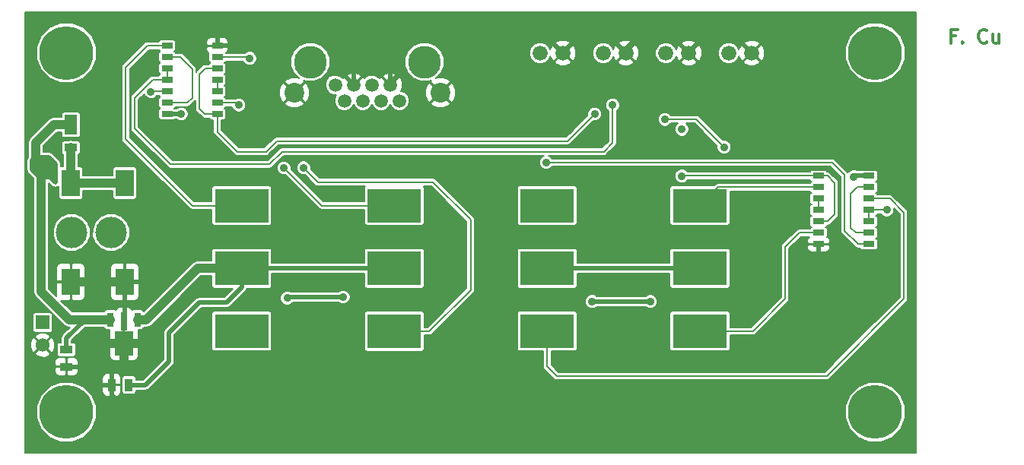
<source format=gtl>
G04 (created by PCBNEW (2013-mar-13)-testing) date Thu 26 Sep 2013 17:04:14 BST*
%MOIN*%
G04 Gerber Fmt 3.4, Leading zero omitted, Abs format*
%FSLAX34Y34*%
G01*
G70*
G90*
G04 APERTURE LIST*
%ADD10C,0.005906*%
%ADD11C,0.011811*%
%ADD12C,0.066000*%
%ADD13R,0.050000X0.025000*%
%ADD14R,0.236220X0.149606*%
%ADD15R,0.035000X0.055000*%
%ADD16R,0.055000X0.035000*%
%ADD17C,0.236220*%
%ADD18C,0.143700*%
%ADD19C,0.059100*%
%ADD20C,0.086614*%
%ADD21R,0.078740X0.118110*%
%ADD22C,0.137795*%
%ADD23R,0.027600X0.063000*%
%ADD24R,0.027600X0.082700*%
%ADD25R,0.078700X0.108300*%
%ADD26R,0.055100X0.086600*%
%ADD27R,0.055100X0.035400*%
%ADD28R,0.060000X0.060000*%
%ADD29C,0.060000*%
%ADD30C,0.035000*%
%ADD31C,0.019685*%
%ADD32C,0.039370*%
%ADD33C,0.007874*%
G04 APERTURE END LIST*
G54D10*
G54D11*
X45652Y-5942D02*
X45455Y-5942D01*
X45455Y-6251D02*
X45455Y-5660D01*
X45736Y-5660D01*
X45961Y-6195D02*
X45989Y-6223D01*
X45961Y-6251D01*
X45933Y-6223D01*
X45961Y-6195D01*
X45961Y-6251D01*
X47030Y-6195D02*
X47002Y-6223D01*
X46917Y-6251D01*
X46861Y-6251D01*
X46777Y-6223D01*
X46721Y-6167D01*
X46692Y-6110D01*
X46664Y-5998D01*
X46664Y-5913D01*
X46692Y-5801D01*
X46721Y-5745D01*
X46777Y-5688D01*
X46861Y-5660D01*
X46917Y-5660D01*
X47002Y-5688D01*
X47030Y-5717D01*
X47536Y-5857D02*
X47536Y-6251D01*
X47283Y-5857D02*
X47283Y-6167D01*
X47311Y-6223D01*
X47367Y-6251D01*
X47452Y-6251D01*
X47508Y-6223D01*
X47536Y-6195D01*
G54D12*
X35720Y-6692D03*
X36720Y-6692D03*
X32964Y-6692D03*
X33964Y-6692D03*
X30208Y-6692D03*
X31208Y-6692D03*
X27452Y-6692D03*
X28452Y-6692D03*
G54D13*
X39648Y-12082D03*
X39648Y-12582D03*
X39648Y-13082D03*
X39648Y-13582D03*
X39648Y-14082D03*
X39648Y-14582D03*
X39648Y-15082D03*
X41848Y-15082D03*
X41848Y-14582D03*
X41848Y-14082D03*
X41848Y-13582D03*
X41848Y-13082D03*
X41848Y-12582D03*
X41848Y-12082D03*
X13304Y-9374D03*
X13304Y-8874D03*
X13304Y-8374D03*
X13304Y-7874D03*
X13304Y-7374D03*
X13304Y-6874D03*
X13304Y-6374D03*
X11104Y-6374D03*
X11104Y-6874D03*
X11104Y-7374D03*
X11104Y-7874D03*
X11104Y-8374D03*
X11104Y-8874D03*
X11104Y-9374D03*
G54D14*
X34448Y-13385D03*
X34448Y-16141D03*
X34448Y-18897D03*
X27755Y-13385D03*
X27755Y-16141D03*
X27755Y-18897D03*
X21062Y-13385D03*
X21062Y-16141D03*
X21062Y-18897D03*
X14370Y-13385D03*
X14370Y-16141D03*
X14370Y-18897D03*
G54D15*
X9430Y-21259D03*
X8680Y-21259D03*
G54D16*
X6692Y-19703D03*
X6692Y-20453D03*
G54D17*
X42125Y-22440D03*
X42125Y-6692D03*
X6692Y-6692D03*
X6692Y-22440D03*
G54D18*
X17381Y-7086D03*
X22381Y-7086D03*
G54D19*
X18476Y-8086D03*
X18877Y-8787D03*
X19279Y-8086D03*
X19681Y-8787D03*
X20082Y-8086D03*
X20484Y-8787D03*
X20885Y-8086D03*
X21287Y-8787D03*
G54D20*
X16681Y-8437D03*
X23082Y-8437D03*
G54D21*
X6889Y-16732D03*
X6889Y-12401D03*
X9251Y-12401D03*
X9251Y-16732D03*
G54D22*
X6929Y-14566D03*
X8661Y-14566D03*
G54D23*
X9803Y-18385D03*
G54D24*
X9212Y-18483D03*
G54D23*
X8621Y-18385D03*
G54D25*
X9212Y-19428D03*
G54D26*
X6890Y-9842D03*
G54D27*
X6890Y-10846D03*
G54D28*
X5649Y-18511D03*
G54D29*
X5649Y-19511D03*
G54D30*
X29724Y-17598D03*
X32283Y-17598D03*
X16377Y-17440D03*
X18818Y-17401D03*
X5905Y-11496D03*
X5354Y-11496D03*
X5590Y-11889D03*
X16889Y-21889D03*
X37716Y-20551D03*
X30629Y-8976D03*
X14251Y-8976D03*
X16220Y-11732D03*
X14724Y-6929D03*
X17086Y-11732D03*
X29842Y-9370D03*
X27716Y-11496D03*
X42637Y-13582D03*
X35511Y-10826D03*
X32913Y-9606D03*
X10393Y-8385D03*
X33661Y-10039D03*
X33661Y-12086D03*
X11732Y-9370D03*
X41181Y-12125D03*
G54D31*
X29724Y-17598D02*
X32283Y-17598D01*
X18818Y-17401D02*
X16417Y-17401D01*
X16417Y-17401D02*
X16377Y-17440D01*
G54D32*
X6890Y-9842D02*
X6141Y-9842D01*
X5354Y-10629D02*
X5354Y-11496D01*
X6141Y-9842D02*
X5354Y-10629D01*
G54D31*
X6692Y-19703D02*
X6692Y-19212D01*
X6692Y-19212D02*
X7519Y-18385D01*
X7519Y-18385D02*
X8621Y-18385D01*
G54D32*
X8621Y-18385D02*
X6811Y-18385D01*
X6811Y-18385D02*
X5590Y-17165D01*
X5590Y-17165D02*
X5590Y-11889D01*
G54D31*
X5590Y-11889D02*
X5590Y-12125D01*
X5590Y-12125D02*
X5984Y-12125D01*
X5590Y-11889D02*
X5433Y-11889D01*
X5433Y-11889D02*
X5196Y-11653D01*
X5196Y-11653D02*
X5196Y-11417D01*
X5196Y-11417D02*
X5354Y-11259D01*
X5354Y-11259D02*
X5905Y-11259D01*
X6141Y-11574D02*
X5590Y-12125D01*
X5590Y-12125D02*
X5511Y-12125D01*
X5511Y-12125D02*
X5196Y-11811D01*
X5196Y-11811D02*
X5196Y-11653D01*
X5196Y-11653D02*
X5511Y-11338D01*
X5511Y-11338D02*
X5748Y-11338D01*
X5748Y-11338D02*
X5669Y-11417D01*
X5669Y-11417D02*
X5669Y-11653D01*
X5905Y-11574D02*
X5590Y-11889D01*
X6220Y-11732D02*
X5984Y-11968D01*
X5984Y-12125D02*
X6220Y-11889D01*
X6220Y-11732D02*
X6220Y-11574D01*
X6220Y-11574D02*
X6141Y-11496D01*
X5905Y-11259D02*
X6141Y-11496D01*
X6141Y-11496D02*
X6141Y-11574D01*
X5905Y-11496D02*
X5905Y-11574D01*
X5354Y-11496D02*
X5905Y-11496D01*
X6220Y-12362D02*
X6220Y-11889D01*
X6220Y-12362D02*
X5354Y-11496D01*
X6220Y-11889D02*
X6220Y-11732D01*
X5354Y-11496D02*
X5354Y-11653D01*
X5354Y-11653D02*
X5433Y-11732D01*
G54D32*
X6889Y-16732D02*
X9251Y-16732D01*
G54D31*
X8110Y-21259D02*
X8680Y-21259D01*
X7304Y-20453D02*
X8110Y-21259D01*
X6692Y-20453D02*
X7304Y-20453D01*
G54D32*
X9212Y-19428D02*
X9212Y-20472D01*
G54D31*
X8680Y-21259D02*
X8680Y-20689D01*
X8680Y-20689D02*
X9212Y-20157D01*
X9212Y-20157D02*
X9212Y-19428D01*
X13304Y-6374D02*
X13304Y-5745D01*
X9960Y-16732D02*
X9251Y-16732D01*
X10236Y-16456D02*
X9960Y-16732D01*
X10236Y-11811D02*
X10236Y-16456D01*
X8346Y-9921D02*
X10236Y-11811D01*
X8346Y-7244D02*
X8346Y-9921D01*
X10236Y-5354D02*
X8346Y-7244D01*
X12913Y-5354D02*
X10236Y-5354D01*
X13304Y-5745D02*
X12913Y-5354D01*
G54D32*
X9212Y-19428D02*
X8602Y-19428D01*
X8602Y-19428D02*
X8582Y-19448D01*
X9212Y-19428D02*
X9901Y-19428D01*
X9901Y-19428D02*
X9921Y-19448D01*
G54D31*
X9251Y-16732D02*
X9251Y-18444D01*
X9251Y-18444D02*
X9212Y-18483D01*
X8680Y-21259D02*
X8680Y-21711D01*
X16535Y-21889D02*
X16889Y-21889D01*
X16259Y-22165D02*
X16535Y-21889D01*
X9133Y-22165D02*
X16259Y-22165D01*
X8680Y-21711D02*
X9133Y-22165D01*
X13304Y-6374D02*
X16263Y-6374D01*
X18700Y-7507D02*
X19279Y-8086D01*
X18700Y-6850D02*
X18700Y-7507D01*
X17598Y-5748D02*
X18700Y-6850D01*
X16889Y-5748D02*
X17598Y-5748D01*
X16263Y-6374D02*
X16889Y-5748D01*
X33964Y-6692D02*
X33964Y-6665D01*
X33964Y-6665D02*
X34724Y-5905D01*
X34724Y-5905D02*
X35933Y-5905D01*
X35933Y-5905D02*
X36720Y-6692D01*
X20885Y-8086D02*
X20885Y-8011D01*
X27586Y-5826D02*
X28452Y-6692D01*
X22283Y-5826D02*
X27586Y-5826D01*
X21259Y-6850D02*
X22283Y-5826D01*
X21259Y-7637D02*
X21259Y-6850D01*
X20885Y-8011D02*
X21259Y-7637D01*
X28452Y-6692D02*
X28452Y-6665D01*
X30421Y-5905D02*
X31208Y-6692D01*
X29212Y-5905D02*
X30421Y-5905D01*
X28452Y-6665D02*
X29212Y-5905D01*
X31208Y-6692D02*
X31208Y-6507D01*
X31208Y-6507D02*
X31811Y-5905D01*
X31811Y-5905D02*
X33177Y-5905D01*
X33177Y-5905D02*
X33964Y-6692D01*
X19279Y-8086D02*
X19279Y-7570D01*
X19279Y-7570D02*
X19685Y-7165D01*
X19685Y-7165D02*
X20472Y-7165D01*
X20472Y-7165D02*
X20885Y-7578D01*
X20885Y-7578D02*
X20885Y-8086D01*
X39648Y-15082D02*
X39648Y-18619D01*
X39648Y-18619D02*
X37716Y-20551D01*
G54D33*
X30236Y-11023D02*
X16141Y-11023D01*
X9685Y-10000D02*
X11259Y-11574D01*
X9685Y-8661D02*
X9685Y-10000D01*
X10472Y-7874D02*
X9685Y-8661D01*
X10472Y-7874D02*
X11104Y-7874D01*
X30629Y-10629D02*
X30629Y-8976D01*
X30236Y-11023D02*
X30629Y-10629D01*
X15590Y-11574D02*
X11259Y-11574D01*
X16141Y-11023D02*
X15590Y-11574D01*
X11104Y-7374D02*
X11104Y-7874D01*
X21062Y-13385D02*
X17874Y-13385D01*
X14149Y-8874D02*
X13304Y-8874D01*
X14251Y-8976D02*
X14149Y-8874D01*
X17874Y-13385D02*
X16220Y-11732D01*
X21062Y-18897D02*
X22598Y-18897D01*
X14669Y-6874D02*
X13304Y-6874D01*
X14724Y-6929D02*
X14669Y-6874D01*
X17716Y-12362D02*
X17086Y-11732D01*
X22755Y-12362D02*
X17716Y-12362D01*
X24409Y-14015D02*
X22755Y-12362D01*
X24409Y-17086D02*
X24409Y-14015D01*
X22598Y-18897D02*
X24409Y-17086D01*
X10240Y-6374D02*
X11104Y-6374D01*
X9291Y-7322D02*
X10240Y-6374D01*
X9291Y-10472D02*
X9291Y-7322D01*
X12204Y-13385D02*
X9291Y-10472D01*
X14370Y-13385D02*
X12204Y-13385D01*
X13304Y-9374D02*
X13304Y-10155D01*
X28661Y-10551D02*
X29842Y-9370D01*
X15905Y-10551D02*
X28661Y-10551D01*
X15433Y-11023D02*
X15905Y-10551D01*
X14173Y-11023D02*
X15433Y-11023D01*
X13304Y-10155D02*
X14173Y-11023D01*
X13304Y-7374D02*
X12783Y-7374D01*
X12783Y-7374D02*
X12519Y-7637D01*
X12519Y-7637D02*
X12519Y-9133D01*
X12519Y-9133D02*
X12759Y-9374D01*
X12759Y-9374D02*
X13304Y-9374D01*
X39648Y-12582D02*
X35251Y-12582D01*
X35251Y-12582D02*
X34448Y-13385D01*
G54D32*
X9251Y-12401D02*
X6889Y-12401D01*
X6890Y-10846D02*
X6890Y-12401D01*
X6890Y-12401D02*
X6889Y-12401D01*
G54D33*
X41848Y-13082D02*
X42767Y-13082D01*
X27755Y-20433D02*
X27755Y-18897D01*
X28188Y-20866D02*
X27755Y-20433D01*
X40000Y-20866D02*
X28188Y-20866D01*
X43385Y-17480D02*
X40000Y-20866D01*
X43385Y-13700D02*
X43385Y-17480D01*
X42767Y-13082D02*
X43385Y-13700D01*
X40236Y-11496D02*
X27716Y-11496D01*
X41848Y-15082D02*
X41381Y-15082D01*
X41381Y-15082D02*
X40787Y-14488D01*
X40787Y-14488D02*
X40787Y-12047D01*
X40787Y-12047D02*
X40236Y-11496D01*
X39648Y-13082D02*
X39648Y-13582D01*
X34448Y-18897D02*
X36771Y-18897D01*
X38803Y-14582D02*
X39648Y-14582D01*
X38188Y-15196D02*
X38803Y-14582D01*
X38188Y-17480D02*
X38188Y-15196D01*
X36771Y-18897D02*
X38188Y-17480D01*
X41848Y-12582D02*
X41354Y-12582D01*
X41275Y-14582D02*
X41848Y-14582D01*
X41062Y-14370D02*
X41275Y-14582D01*
X41062Y-12874D02*
X41062Y-14370D01*
X41354Y-12582D02*
X41062Y-12874D01*
X41848Y-13582D02*
X42637Y-13582D01*
X35511Y-10826D02*
X34291Y-9606D01*
X34291Y-9606D02*
X32913Y-9606D01*
X41848Y-14082D02*
X41848Y-13582D01*
X11104Y-6874D02*
X11677Y-6874D01*
X11992Y-8874D02*
X11104Y-8874D01*
X12204Y-8661D02*
X11992Y-8874D01*
X12204Y-7401D02*
X12204Y-8661D01*
X11677Y-6874D02*
X12204Y-7401D01*
X10405Y-8374D02*
X11104Y-8374D01*
X10393Y-8385D02*
X10405Y-8374D01*
X13304Y-8374D02*
X13304Y-7874D01*
X39648Y-12082D02*
X33665Y-12082D01*
X33665Y-12082D02*
X33661Y-12086D01*
X39648Y-12082D02*
X40035Y-12082D01*
X40035Y-12082D02*
X40354Y-12401D01*
X40354Y-12401D02*
X40354Y-13779D01*
X40354Y-13779D02*
X40051Y-14082D01*
X40051Y-14082D02*
X39648Y-14082D01*
G54D32*
X14370Y-16141D02*
X12440Y-16141D01*
X12440Y-16141D02*
X10196Y-18385D01*
X10196Y-18385D02*
X9803Y-18385D01*
G54D31*
X14370Y-16141D02*
X14370Y-16968D01*
X14370Y-16968D02*
X13700Y-17637D01*
X13700Y-17637D02*
X12519Y-17637D01*
X12519Y-17637D02*
X11181Y-18976D01*
X11181Y-18976D02*
X11181Y-20236D01*
X11181Y-20236D02*
X10157Y-21259D01*
X10157Y-21259D02*
X9430Y-21259D01*
X11728Y-9374D02*
X11104Y-9374D01*
X11732Y-9370D02*
X11728Y-9374D01*
X41224Y-12082D02*
X41848Y-12082D01*
X41181Y-12125D02*
X41224Y-12082D01*
X21062Y-16141D02*
X14370Y-16141D01*
X34448Y-16141D02*
X27755Y-16141D01*
G54D10*
G36*
X43927Y-24242D02*
X43562Y-24242D01*
X43562Y-17480D01*
X43562Y-13700D01*
X43549Y-13632D01*
X43511Y-13575D01*
X43446Y-13511D01*
X43446Y-6431D01*
X43246Y-5945D01*
X42874Y-5574D01*
X42389Y-5372D01*
X41864Y-5372D01*
X41378Y-5572D01*
X41007Y-5943D01*
X40805Y-6429D01*
X40805Y-6954D01*
X41005Y-7439D01*
X41377Y-7811D01*
X41862Y-8013D01*
X42387Y-8013D01*
X42872Y-7813D01*
X43244Y-7441D01*
X43446Y-6956D01*
X43446Y-6431D01*
X43446Y-13511D01*
X42892Y-12957D01*
X42835Y-12918D01*
X42767Y-12905D01*
X42225Y-12905D01*
X42214Y-12879D01*
X42176Y-12840D01*
X42156Y-12832D01*
X42176Y-12824D01*
X42214Y-12785D01*
X42235Y-12735D01*
X42235Y-12680D01*
X42235Y-12430D01*
X42214Y-12379D01*
X42176Y-12340D01*
X42158Y-12333D01*
X42176Y-12325D01*
X42216Y-12286D01*
X42237Y-12235D01*
X42237Y-12179D01*
X42237Y-11929D01*
X42216Y-11878D01*
X42176Y-11839D01*
X42125Y-11818D01*
X42070Y-11818D01*
X41570Y-11818D01*
X41519Y-11839D01*
X41513Y-11844D01*
X41323Y-11844D01*
X41243Y-11811D01*
X41118Y-11811D01*
X41003Y-11859D01*
X40923Y-11938D01*
X40912Y-11921D01*
X40361Y-11370D01*
X40304Y-11332D01*
X40236Y-11318D01*
X37290Y-11318D01*
X37290Y-6582D01*
X37204Y-6372D01*
X37201Y-6367D01*
X37102Y-6338D01*
X37074Y-6366D01*
X37074Y-6311D01*
X37045Y-6211D01*
X36836Y-6124D01*
X36610Y-6122D01*
X36400Y-6208D01*
X36395Y-6211D01*
X36366Y-6311D01*
X36720Y-6665D01*
X37074Y-6311D01*
X37074Y-6366D01*
X36748Y-6692D01*
X37102Y-7046D01*
X37201Y-7018D01*
X37289Y-6809D01*
X37290Y-6582D01*
X37290Y-11318D01*
X37074Y-11318D01*
X37074Y-7074D01*
X36720Y-6720D01*
X36692Y-6748D01*
X36692Y-6692D01*
X36338Y-6338D01*
X36239Y-6367D01*
X36165Y-6544D01*
X36117Y-6428D01*
X35985Y-6296D01*
X35813Y-6225D01*
X35627Y-6225D01*
X35455Y-6296D01*
X35324Y-6427D01*
X35252Y-6599D01*
X35252Y-6785D01*
X35323Y-6957D01*
X35455Y-7089D01*
X35627Y-7160D01*
X35813Y-7160D01*
X35985Y-7089D01*
X36116Y-6958D01*
X36165Y-6840D01*
X36236Y-7012D01*
X36239Y-7018D01*
X36338Y-7046D01*
X36692Y-6692D01*
X36692Y-6748D01*
X36366Y-7074D01*
X36395Y-7173D01*
X36604Y-7261D01*
X36830Y-7262D01*
X37040Y-7177D01*
X37045Y-7173D01*
X37074Y-7074D01*
X37074Y-11318D01*
X35824Y-11318D01*
X35824Y-10764D01*
X35777Y-10649D01*
X35689Y-10561D01*
X35574Y-10514D01*
X35449Y-10513D01*
X35449Y-10514D01*
X34534Y-9598D01*
X34534Y-6582D01*
X34448Y-6372D01*
X34445Y-6367D01*
X34346Y-6338D01*
X34318Y-6366D01*
X34318Y-6311D01*
X34289Y-6211D01*
X34080Y-6124D01*
X33854Y-6122D01*
X33644Y-6208D01*
X33639Y-6211D01*
X33610Y-6311D01*
X33964Y-6665D01*
X34318Y-6311D01*
X34318Y-6366D01*
X33992Y-6692D01*
X34346Y-7046D01*
X34445Y-7018D01*
X34533Y-6809D01*
X34534Y-6582D01*
X34534Y-9598D01*
X34416Y-9481D01*
X34359Y-9442D01*
X34318Y-9434D01*
X34318Y-7074D01*
X33964Y-6720D01*
X33936Y-6748D01*
X33936Y-6692D01*
X33582Y-6338D01*
X33483Y-6367D01*
X33409Y-6544D01*
X33361Y-6428D01*
X33229Y-6296D01*
X33058Y-6225D01*
X32871Y-6225D01*
X32699Y-6296D01*
X32568Y-6427D01*
X32496Y-6599D01*
X32496Y-6785D01*
X32567Y-6957D01*
X32699Y-7089D01*
X32871Y-7160D01*
X33057Y-7160D01*
X33229Y-7089D01*
X33360Y-6958D01*
X33409Y-6840D01*
X33480Y-7012D01*
X33483Y-7018D01*
X33582Y-7046D01*
X33936Y-6692D01*
X33936Y-6748D01*
X33610Y-7074D01*
X33639Y-7173D01*
X33848Y-7261D01*
X34074Y-7262D01*
X34284Y-7177D01*
X34289Y-7173D01*
X34318Y-7074D01*
X34318Y-9434D01*
X34291Y-9429D01*
X33178Y-9429D01*
X33090Y-9341D01*
X32975Y-9293D01*
X32851Y-9293D01*
X32736Y-9340D01*
X32648Y-9428D01*
X32600Y-9543D01*
X32600Y-9668D01*
X32648Y-9783D01*
X32735Y-9871D01*
X32850Y-9919D01*
X32975Y-9919D01*
X33090Y-9871D01*
X33178Y-9783D01*
X33178Y-9783D01*
X33475Y-9783D01*
X33396Y-9861D01*
X33348Y-9976D01*
X33348Y-10101D01*
X33396Y-10216D01*
X33484Y-10304D01*
X33598Y-10352D01*
X33723Y-10352D01*
X33838Y-10304D01*
X33926Y-10216D01*
X33974Y-10101D01*
X33974Y-9977D01*
X33926Y-9862D01*
X33847Y-9783D01*
X34217Y-9783D01*
X35199Y-10764D01*
X35198Y-10888D01*
X35246Y-11003D01*
X35334Y-11091D01*
X35449Y-11139D01*
X35573Y-11139D01*
X35688Y-11092D01*
X35776Y-11004D01*
X35824Y-10889D01*
X35824Y-10764D01*
X35824Y-11318D01*
X31778Y-11318D01*
X31778Y-6582D01*
X31693Y-6372D01*
X31689Y-6367D01*
X31590Y-6338D01*
X31562Y-6366D01*
X31562Y-6311D01*
X31533Y-6211D01*
X31324Y-6124D01*
X31098Y-6122D01*
X30888Y-6208D01*
X30883Y-6211D01*
X30854Y-6311D01*
X31208Y-6665D01*
X31562Y-6311D01*
X31562Y-6366D01*
X31236Y-6692D01*
X31590Y-7046D01*
X31689Y-7018D01*
X31777Y-6809D01*
X31778Y-6582D01*
X31778Y-11318D01*
X31562Y-11318D01*
X31562Y-7074D01*
X31208Y-6720D01*
X31180Y-6748D01*
X31180Y-6692D01*
X30826Y-6338D01*
X30727Y-6367D01*
X30653Y-6544D01*
X30605Y-6428D01*
X30473Y-6296D01*
X30302Y-6225D01*
X30116Y-6225D01*
X29944Y-6296D01*
X29812Y-6427D01*
X29740Y-6599D01*
X29740Y-6785D01*
X29811Y-6957D01*
X29943Y-7089D01*
X30115Y-7160D01*
X30301Y-7160D01*
X30473Y-7089D01*
X30605Y-6958D01*
X30653Y-6840D01*
X30724Y-7012D01*
X30727Y-7018D01*
X30826Y-7046D01*
X31180Y-6692D01*
X31180Y-6748D01*
X30854Y-7074D01*
X30883Y-7173D01*
X31092Y-7261D01*
X31318Y-7262D01*
X31528Y-7177D01*
X31533Y-7173D01*
X31562Y-7074D01*
X31562Y-11318D01*
X27981Y-11318D01*
X27893Y-11231D01*
X27821Y-11200D01*
X30236Y-11200D01*
X30304Y-11187D01*
X30304Y-11187D01*
X30361Y-11148D01*
X30755Y-10755D01*
X30793Y-10697D01*
X30793Y-10697D01*
X30807Y-10629D01*
X30807Y-9241D01*
X30894Y-9153D01*
X30942Y-9038D01*
X30942Y-8914D01*
X30895Y-8799D01*
X30807Y-8711D01*
X30692Y-8663D01*
X30567Y-8663D01*
X30452Y-8711D01*
X30364Y-8798D01*
X30317Y-8913D01*
X30317Y-9038D01*
X30364Y-9153D01*
X30452Y-9241D01*
X30452Y-9241D01*
X30452Y-10556D01*
X30162Y-10846D01*
X16141Y-10846D01*
X16073Y-10859D01*
X16016Y-10898D01*
X15517Y-11397D01*
X11333Y-11397D01*
X9862Y-9926D01*
X9862Y-8734D01*
X10100Y-8496D01*
X10128Y-8562D01*
X10216Y-8650D01*
X10331Y-8698D01*
X10455Y-8698D01*
X10570Y-8651D01*
X10658Y-8563D01*
X10663Y-8551D01*
X10727Y-8551D01*
X10737Y-8577D01*
X10776Y-8615D01*
X10796Y-8624D01*
X10776Y-8632D01*
X10737Y-8670D01*
X10716Y-8721D01*
X10716Y-8776D01*
X10716Y-9026D01*
X10737Y-9077D01*
X10776Y-9115D01*
X10794Y-9123D01*
X10775Y-9130D01*
X10736Y-9170D01*
X10715Y-9221D01*
X10715Y-9276D01*
X10715Y-9526D01*
X10736Y-9577D01*
X10775Y-9617D01*
X10827Y-9638D01*
X10882Y-9638D01*
X11382Y-9638D01*
X11433Y-9617D01*
X11439Y-9611D01*
X11529Y-9611D01*
X11553Y-9636D01*
X11669Y-9684D01*
X11794Y-9684D01*
X11910Y-9636D01*
X11998Y-9548D01*
X12046Y-9432D01*
X12046Y-9307D01*
X11998Y-9192D01*
X11910Y-9103D01*
X11795Y-9055D01*
X11670Y-9055D01*
X11554Y-9103D01*
X11521Y-9136D01*
X11439Y-9136D01*
X11433Y-9130D01*
X11415Y-9123D01*
X11432Y-9115D01*
X11471Y-9077D01*
X11482Y-9051D01*
X11992Y-9051D01*
X12059Y-9037D01*
X12059Y-9037D01*
X12117Y-8999D01*
X12329Y-8786D01*
X12342Y-8767D01*
X12342Y-9133D01*
X12356Y-9201D01*
X12394Y-9259D01*
X12634Y-9499D01*
X12692Y-9537D01*
X12759Y-9551D01*
X12927Y-9551D01*
X12937Y-9577D01*
X12976Y-9615D01*
X13027Y-9636D01*
X13082Y-9636D01*
X13127Y-9636D01*
X13127Y-10155D01*
X13141Y-10222D01*
X13179Y-10280D01*
X14047Y-11148D01*
X14105Y-11187D01*
X14105Y-11187D01*
X14173Y-11200D01*
X15433Y-11200D01*
X15500Y-11187D01*
X15500Y-11187D01*
X15558Y-11148D01*
X15978Y-10728D01*
X28661Y-10728D01*
X28729Y-10714D01*
X28729Y-10714D01*
X28786Y-10676D01*
X29780Y-9682D01*
X29904Y-9682D01*
X30019Y-9635D01*
X30107Y-9547D01*
X30155Y-9432D01*
X30155Y-9308D01*
X30107Y-9193D01*
X30019Y-9105D01*
X29905Y-9057D01*
X29780Y-9057D01*
X29665Y-9104D01*
X29577Y-9192D01*
X29529Y-9307D01*
X29529Y-9432D01*
X29529Y-9432D01*
X29022Y-9939D01*
X29022Y-6582D01*
X28937Y-6372D01*
X28933Y-6367D01*
X28834Y-6338D01*
X28806Y-6366D01*
X28806Y-6311D01*
X28777Y-6211D01*
X28569Y-6124D01*
X28342Y-6122D01*
X28132Y-6208D01*
X28127Y-6211D01*
X28098Y-6311D01*
X28452Y-6665D01*
X28806Y-6311D01*
X28806Y-6366D01*
X28480Y-6692D01*
X28834Y-7046D01*
X28933Y-7018D01*
X29021Y-6809D01*
X29022Y-6582D01*
X29022Y-9939D01*
X28806Y-10155D01*
X28806Y-7074D01*
X28452Y-6720D01*
X28424Y-6748D01*
X28424Y-6692D01*
X28070Y-6338D01*
X27971Y-6367D01*
X27897Y-6544D01*
X27849Y-6428D01*
X27718Y-6296D01*
X27546Y-6225D01*
X27360Y-6225D01*
X27188Y-6296D01*
X27056Y-6427D01*
X26985Y-6599D01*
X26984Y-6785D01*
X27055Y-6957D01*
X27187Y-7089D01*
X27359Y-7160D01*
X27545Y-7160D01*
X27717Y-7089D01*
X27849Y-6958D01*
X27898Y-6840D01*
X27968Y-7012D01*
X27971Y-7018D01*
X28070Y-7046D01*
X28424Y-6692D01*
X28424Y-6748D01*
X28098Y-7074D01*
X28127Y-7173D01*
X28336Y-7261D01*
X28562Y-7262D01*
X28772Y-7177D01*
X28777Y-7173D01*
X28806Y-7074D01*
X28806Y-10155D01*
X28588Y-10374D01*
X23756Y-10374D01*
X23756Y-8310D01*
X23656Y-8062D01*
X23648Y-8050D01*
X23538Y-8008D01*
X23511Y-8036D01*
X23511Y-7980D01*
X23469Y-7870D01*
X23223Y-7766D01*
X22956Y-7763D01*
X22893Y-7788D01*
X23108Y-7573D01*
X23239Y-7258D01*
X23239Y-6916D01*
X23109Y-6601D01*
X22868Y-6359D01*
X22553Y-6228D01*
X22211Y-6228D01*
X21896Y-6358D01*
X21655Y-6600D01*
X21524Y-6915D01*
X21523Y-7256D01*
X21654Y-7571D01*
X21895Y-7813D01*
X22210Y-7944D01*
X22551Y-7944D01*
X22689Y-7887D01*
X22654Y-7980D01*
X23082Y-8409D01*
X23511Y-7980D01*
X23511Y-8036D01*
X23110Y-8437D01*
X23538Y-8865D01*
X23648Y-8823D01*
X23753Y-8577D01*
X23756Y-8310D01*
X23756Y-10374D01*
X23511Y-10374D01*
X23511Y-8893D01*
X23082Y-8464D01*
X23054Y-8492D01*
X23054Y-8437D01*
X22626Y-8008D01*
X22516Y-8050D01*
X22411Y-8296D01*
X22408Y-8563D01*
X22508Y-8811D01*
X22516Y-8823D01*
X22626Y-8865D01*
X23054Y-8437D01*
X23054Y-8492D01*
X22654Y-8893D01*
X22695Y-9003D01*
X22941Y-9108D01*
X23209Y-9110D01*
X23457Y-9011D01*
X23469Y-9003D01*
X23511Y-8893D01*
X23511Y-10374D01*
X21720Y-10374D01*
X21720Y-8701D01*
X21654Y-8542D01*
X21533Y-8420D01*
X21373Y-8354D01*
X21353Y-8354D01*
X21420Y-8194D01*
X21421Y-7981D01*
X21340Y-7785D01*
X21338Y-7782D01*
X21242Y-7757D01*
X21214Y-7785D01*
X21214Y-7729D01*
X21190Y-7634D01*
X20993Y-7552D01*
X20781Y-7551D01*
X20584Y-7632D01*
X20581Y-7634D01*
X20556Y-7729D01*
X20885Y-8058D01*
X21214Y-7729D01*
X21214Y-7785D01*
X20913Y-8086D01*
X20919Y-8092D01*
X20891Y-8120D01*
X20885Y-8114D01*
X20880Y-8120D01*
X20852Y-8092D01*
X20857Y-8086D01*
X20528Y-7757D01*
X20433Y-7782D01*
X20421Y-7810D01*
X20329Y-7718D01*
X20169Y-7651D01*
X19996Y-7651D01*
X19836Y-7717D01*
X19744Y-7810D01*
X19733Y-7785D01*
X19732Y-7782D01*
X19636Y-7757D01*
X19608Y-7785D01*
X19608Y-7729D01*
X19583Y-7634D01*
X19387Y-7552D01*
X19174Y-7551D01*
X18977Y-7632D01*
X18975Y-7634D01*
X18950Y-7729D01*
X19279Y-8058D01*
X19608Y-7729D01*
X19608Y-7785D01*
X19307Y-8086D01*
X19312Y-8092D01*
X19285Y-8120D01*
X19279Y-8114D01*
X19273Y-8120D01*
X19246Y-8092D01*
X19251Y-8086D01*
X18922Y-7757D01*
X18827Y-7782D01*
X18815Y-7810D01*
X18723Y-7718D01*
X18563Y-7651D01*
X18390Y-7651D01*
X18239Y-7713D01*
X18239Y-6916D01*
X18109Y-6601D01*
X17868Y-6359D01*
X17553Y-6228D01*
X17211Y-6228D01*
X16896Y-6358D01*
X16655Y-6600D01*
X16524Y-6915D01*
X16523Y-7256D01*
X16654Y-7571D01*
X16867Y-7785D01*
X16821Y-7766D01*
X16554Y-7763D01*
X16306Y-7862D01*
X16294Y-7870D01*
X16252Y-7980D01*
X16681Y-8409D01*
X17109Y-7980D01*
X17074Y-7887D01*
X17210Y-7944D01*
X17551Y-7944D01*
X17867Y-7814D01*
X18108Y-7573D01*
X18239Y-7258D01*
X18239Y-6916D01*
X18239Y-7713D01*
X18230Y-7717D01*
X18107Y-7839D01*
X18041Y-7999D01*
X18041Y-8172D01*
X18107Y-8332D01*
X18229Y-8455D01*
X18389Y-8521D01*
X18530Y-8521D01*
X18510Y-8541D01*
X18444Y-8700D01*
X18444Y-8873D01*
X18510Y-9032D01*
X18632Y-9154D01*
X18791Y-9220D01*
X18963Y-9220D01*
X19123Y-9154D01*
X19245Y-9033D01*
X19279Y-8950D01*
X19313Y-9032D01*
X19435Y-9154D01*
X19594Y-9220D01*
X19766Y-9220D01*
X19926Y-9154D01*
X20048Y-9033D01*
X20082Y-8950D01*
X20116Y-9032D01*
X20238Y-9154D01*
X20397Y-9220D01*
X20570Y-9220D01*
X20729Y-9154D01*
X20851Y-9033D01*
X20885Y-8950D01*
X20919Y-9032D01*
X21041Y-9154D01*
X21200Y-9220D01*
X21373Y-9220D01*
X21532Y-9154D01*
X21654Y-9033D01*
X21720Y-8873D01*
X21720Y-8701D01*
X21720Y-10374D01*
X17354Y-10374D01*
X17354Y-8310D01*
X17255Y-8062D01*
X17247Y-8050D01*
X17137Y-8008D01*
X16708Y-8437D01*
X17137Y-8865D01*
X17247Y-8823D01*
X17352Y-8577D01*
X17354Y-8310D01*
X17354Y-10374D01*
X17109Y-10374D01*
X17109Y-8893D01*
X16681Y-8464D01*
X16653Y-8492D01*
X16653Y-8437D01*
X16224Y-8008D01*
X16115Y-8050D01*
X16010Y-8296D01*
X16007Y-8563D01*
X16107Y-8811D01*
X16115Y-8823D01*
X16224Y-8865D01*
X16653Y-8437D01*
X16653Y-8492D01*
X16252Y-8893D01*
X16294Y-9003D01*
X16540Y-9108D01*
X16807Y-9110D01*
X17055Y-9011D01*
X17068Y-9003D01*
X17109Y-8893D01*
X17109Y-10374D01*
X15905Y-10374D01*
X15837Y-10387D01*
X15780Y-10425D01*
X15359Y-10846D01*
X14246Y-10846D01*
X13481Y-10081D01*
X13481Y-9636D01*
X13582Y-9636D01*
X13632Y-9615D01*
X13671Y-9577D01*
X13692Y-9526D01*
X13692Y-9471D01*
X13692Y-9221D01*
X13671Y-9170D01*
X13632Y-9132D01*
X13613Y-9124D01*
X13632Y-9115D01*
X13671Y-9077D01*
X13682Y-9051D01*
X13944Y-9051D01*
X13986Y-9153D01*
X14074Y-9241D01*
X14189Y-9289D01*
X14313Y-9289D01*
X14428Y-9241D01*
X14516Y-9153D01*
X14564Y-9038D01*
X14564Y-8914D01*
X14517Y-8799D01*
X14429Y-8711D01*
X14314Y-8663D01*
X14190Y-8663D01*
X14109Y-8696D01*
X13682Y-8696D01*
X13671Y-8670D01*
X13632Y-8632D01*
X13613Y-8624D01*
X13632Y-8615D01*
X13671Y-8577D01*
X13692Y-8526D01*
X13692Y-8471D01*
X13692Y-8221D01*
X13671Y-8170D01*
X13632Y-8132D01*
X13613Y-8124D01*
X13632Y-8115D01*
X13671Y-8077D01*
X13692Y-8026D01*
X13692Y-7971D01*
X13692Y-7721D01*
X13671Y-7670D01*
X13632Y-7632D01*
X13613Y-7624D01*
X13632Y-7615D01*
X13671Y-7577D01*
X13692Y-7526D01*
X13692Y-7471D01*
X13692Y-7221D01*
X13671Y-7170D01*
X13632Y-7132D01*
X13615Y-7124D01*
X13633Y-7117D01*
X13672Y-7077D01*
X13683Y-7052D01*
X14435Y-7052D01*
X14457Y-7106D01*
X14546Y-7195D01*
X14661Y-7243D01*
X14786Y-7243D01*
X14902Y-7195D01*
X14990Y-7107D01*
X15038Y-6991D01*
X15038Y-6866D01*
X14991Y-6751D01*
X14902Y-6662D01*
X14787Y-6614D01*
X14662Y-6614D01*
X14546Y-6662D01*
X14513Y-6695D01*
X13696Y-6695D01*
X13757Y-6634D01*
X13794Y-6546D01*
X13794Y-6453D01*
X13794Y-6294D01*
X13794Y-6201D01*
X13757Y-6113D01*
X13690Y-6046D01*
X13602Y-6009D01*
X13507Y-6009D01*
X13384Y-6009D01*
X13324Y-6069D01*
X13324Y-6354D01*
X13734Y-6354D01*
X13794Y-6294D01*
X13794Y-6453D01*
X13734Y-6393D01*
X13324Y-6393D01*
X13324Y-6401D01*
X13285Y-6401D01*
X13285Y-6393D01*
X13285Y-6354D01*
X13285Y-6069D01*
X13225Y-6009D01*
X13102Y-6009D01*
X13007Y-6009D01*
X12919Y-6046D01*
X12851Y-6113D01*
X12815Y-6201D01*
X12815Y-6294D01*
X12875Y-6354D01*
X13285Y-6354D01*
X13285Y-6393D01*
X12875Y-6393D01*
X12815Y-6453D01*
X12815Y-6546D01*
X12851Y-6634D01*
X12919Y-6701D01*
X12922Y-6703D01*
X12915Y-6721D01*
X12915Y-6776D01*
X12915Y-7026D01*
X12936Y-7077D01*
X12975Y-7117D01*
X12994Y-7124D01*
X12976Y-7132D01*
X12937Y-7170D01*
X12927Y-7196D01*
X12783Y-7196D01*
X12715Y-7210D01*
X12658Y-7248D01*
X12394Y-7512D01*
X12381Y-7531D01*
X12381Y-7401D01*
X12368Y-7333D01*
X12368Y-7333D01*
X12329Y-7276D01*
X11802Y-6748D01*
X11744Y-6710D01*
X11677Y-6696D01*
X11482Y-6696D01*
X11471Y-6670D01*
X11432Y-6632D01*
X11413Y-6624D01*
X11432Y-6615D01*
X11471Y-6577D01*
X11492Y-6526D01*
X11492Y-6471D01*
X11492Y-6221D01*
X11471Y-6170D01*
X11432Y-6132D01*
X11382Y-6111D01*
X11327Y-6111D01*
X10827Y-6111D01*
X10776Y-6132D01*
X10737Y-6170D01*
X10727Y-6196D01*
X10240Y-6196D01*
X10172Y-6210D01*
X10114Y-6248D01*
X9166Y-7197D01*
X9127Y-7255D01*
X9114Y-7322D01*
X9114Y-10472D01*
X9127Y-10540D01*
X9166Y-10597D01*
X12079Y-13511D01*
X12136Y-13549D01*
X12204Y-13562D01*
X13051Y-13562D01*
X13051Y-14161D01*
X13072Y-14211D01*
X13110Y-14250D01*
X13161Y-14271D01*
X13216Y-14271D01*
X15578Y-14271D01*
X15629Y-14250D01*
X15667Y-14211D01*
X15688Y-14161D01*
X15688Y-14106D01*
X15688Y-12610D01*
X15667Y-12559D01*
X15629Y-12520D01*
X15578Y-12500D01*
X15523Y-12500D01*
X13161Y-12500D01*
X13110Y-12520D01*
X13072Y-12559D01*
X13051Y-12610D01*
X13051Y-12665D01*
X13051Y-13208D01*
X12278Y-13208D01*
X9468Y-10399D01*
X9468Y-7396D01*
X10313Y-6551D01*
X10727Y-6551D01*
X10737Y-6577D01*
X10776Y-6615D01*
X10796Y-6624D01*
X10776Y-6632D01*
X10737Y-6670D01*
X10716Y-6721D01*
X10716Y-6776D01*
X10716Y-7026D01*
X10737Y-7077D01*
X10776Y-7115D01*
X10796Y-7124D01*
X10776Y-7132D01*
X10737Y-7170D01*
X10716Y-7221D01*
X10716Y-7276D01*
X10716Y-7526D01*
X10737Y-7577D01*
X10776Y-7615D01*
X10796Y-7624D01*
X10776Y-7632D01*
X10737Y-7670D01*
X10727Y-7696D01*
X10472Y-7696D01*
X10404Y-7710D01*
X10347Y-7748D01*
X9559Y-8536D01*
X9521Y-8593D01*
X9507Y-8661D01*
X9507Y-10000D01*
X9521Y-10067D01*
X9559Y-10125D01*
X11134Y-11700D01*
X11192Y-11738D01*
X11259Y-11751D01*
X15590Y-11751D01*
X15658Y-11738D01*
X15658Y-11738D01*
X15715Y-11700D01*
X16215Y-11200D01*
X27612Y-11200D01*
X27539Y-11230D01*
X27451Y-11318D01*
X27403Y-11433D01*
X27403Y-11558D01*
X27451Y-11673D01*
X27539Y-11761D01*
X27654Y-11808D01*
X27778Y-11808D01*
X27893Y-11761D01*
X27981Y-11673D01*
X27981Y-11673D01*
X40162Y-11673D01*
X40610Y-12120D01*
X40610Y-14488D01*
X40623Y-14555D01*
X40662Y-14613D01*
X41256Y-15207D01*
X41314Y-15246D01*
X41381Y-15259D01*
X41470Y-15259D01*
X41481Y-15285D01*
X41519Y-15324D01*
X41570Y-15345D01*
X41625Y-15345D01*
X42125Y-15345D01*
X42176Y-15324D01*
X42214Y-15285D01*
X42235Y-15235D01*
X42235Y-15180D01*
X42235Y-14930D01*
X42214Y-14879D01*
X42176Y-14840D01*
X42156Y-14832D01*
X42176Y-14824D01*
X42214Y-14785D01*
X42235Y-14735D01*
X42235Y-14680D01*
X42235Y-14430D01*
X42214Y-14379D01*
X42176Y-14340D01*
X42156Y-14332D01*
X42176Y-14324D01*
X42214Y-14285D01*
X42235Y-14235D01*
X42235Y-14180D01*
X42235Y-13930D01*
X42214Y-13879D01*
X42176Y-13840D01*
X42156Y-13832D01*
X42176Y-13824D01*
X42214Y-13785D01*
X42225Y-13759D01*
X42372Y-13759D01*
X42460Y-13847D01*
X42575Y-13895D01*
X42699Y-13895D01*
X42814Y-13848D01*
X42902Y-13760D01*
X42950Y-13645D01*
X42950Y-13520D01*
X42947Y-13512D01*
X43208Y-13774D01*
X43208Y-17406D01*
X40531Y-20084D01*
X40531Y-13779D01*
X40531Y-12401D01*
X40518Y-12333D01*
X40518Y-12333D01*
X40479Y-12276D01*
X40160Y-11957D01*
X40103Y-11918D01*
X40035Y-11905D01*
X40025Y-11905D01*
X40014Y-11879D01*
X39976Y-11840D01*
X39925Y-11819D01*
X39870Y-11819D01*
X39370Y-11819D01*
X39319Y-11840D01*
X39281Y-11879D01*
X39270Y-11905D01*
X33922Y-11905D01*
X33838Y-11821D01*
X33723Y-11773D01*
X33599Y-11773D01*
X33484Y-11821D01*
X33396Y-11909D01*
X33348Y-12024D01*
X33348Y-12148D01*
X33396Y-12263D01*
X33484Y-12351D01*
X33598Y-12399D01*
X33723Y-12399D01*
X33838Y-12351D01*
X33926Y-12264D01*
X33928Y-12259D01*
X39270Y-12259D01*
X39281Y-12285D01*
X39319Y-12324D01*
X39339Y-12332D01*
X39319Y-12340D01*
X39281Y-12379D01*
X39270Y-12405D01*
X35251Y-12405D01*
X35184Y-12418D01*
X35126Y-12457D01*
X35084Y-12500D01*
X33240Y-12500D01*
X33189Y-12520D01*
X33150Y-12559D01*
X33129Y-12610D01*
X33129Y-12665D01*
X33129Y-14161D01*
X33150Y-14211D01*
X33189Y-14250D01*
X33240Y-14271D01*
X33295Y-14271D01*
X35657Y-14271D01*
X35707Y-14250D01*
X35746Y-14211D01*
X35767Y-14161D01*
X35767Y-14106D01*
X35767Y-12759D01*
X39270Y-12759D01*
X39281Y-12785D01*
X39319Y-12824D01*
X39339Y-12832D01*
X39319Y-12840D01*
X39281Y-12879D01*
X39260Y-12930D01*
X39260Y-12985D01*
X39260Y-13235D01*
X39281Y-13285D01*
X39319Y-13324D01*
X39339Y-13332D01*
X39319Y-13340D01*
X39281Y-13379D01*
X39260Y-13430D01*
X39260Y-13485D01*
X39260Y-13735D01*
X39281Y-13785D01*
X39319Y-13824D01*
X39339Y-13832D01*
X39319Y-13840D01*
X39281Y-13879D01*
X39260Y-13930D01*
X39260Y-13985D01*
X39260Y-14235D01*
X39281Y-14285D01*
X39319Y-14324D01*
X39339Y-14332D01*
X39319Y-14340D01*
X39281Y-14379D01*
X39270Y-14405D01*
X38803Y-14405D01*
X38735Y-14418D01*
X38677Y-14457D01*
X38063Y-15071D01*
X38025Y-15129D01*
X38011Y-15196D01*
X38011Y-17406D01*
X36698Y-18720D01*
X35769Y-18720D01*
X35769Y-16917D01*
X35769Y-16862D01*
X35769Y-15365D01*
X35748Y-15314D01*
X35708Y-15275D01*
X35657Y-15254D01*
X35602Y-15254D01*
X33239Y-15254D01*
X33188Y-15275D01*
X33149Y-15314D01*
X33128Y-15365D01*
X33128Y-15421D01*
X33128Y-15903D01*
X29076Y-15903D01*
X29076Y-15365D01*
X29074Y-15362D01*
X29074Y-14161D01*
X29074Y-14106D01*
X29074Y-12610D01*
X29053Y-12559D01*
X29015Y-12520D01*
X28964Y-12500D01*
X28909Y-12500D01*
X26547Y-12500D01*
X26496Y-12520D01*
X26457Y-12559D01*
X26437Y-12610D01*
X26437Y-12665D01*
X26437Y-14161D01*
X26457Y-14211D01*
X26496Y-14250D01*
X26547Y-14271D01*
X26602Y-14271D01*
X28964Y-14271D01*
X29015Y-14250D01*
X29053Y-14211D01*
X29074Y-14161D01*
X29074Y-15362D01*
X29055Y-15314D01*
X29015Y-15275D01*
X28964Y-15254D01*
X28909Y-15254D01*
X26547Y-15254D01*
X26495Y-15275D01*
X26456Y-15314D01*
X26435Y-15365D01*
X26435Y-15421D01*
X26435Y-16917D01*
X26456Y-16968D01*
X26495Y-17007D01*
X26547Y-17029D01*
X26602Y-17029D01*
X28964Y-17029D01*
X29015Y-17007D01*
X29055Y-16968D01*
X29076Y-16917D01*
X29076Y-16862D01*
X29076Y-16379D01*
X33128Y-16379D01*
X33128Y-16917D01*
X33149Y-16968D01*
X33188Y-17007D01*
X33239Y-17029D01*
X33295Y-17029D01*
X35657Y-17029D01*
X35708Y-17007D01*
X35748Y-16968D01*
X35769Y-16917D01*
X35769Y-18720D01*
X35767Y-18720D01*
X35767Y-18122D01*
X35746Y-18071D01*
X35707Y-18032D01*
X35657Y-18011D01*
X35602Y-18011D01*
X33240Y-18011D01*
X33189Y-18032D01*
X33150Y-18071D01*
X33129Y-18122D01*
X33129Y-18177D01*
X33129Y-19673D01*
X33150Y-19723D01*
X33189Y-19762D01*
X33240Y-19783D01*
X33295Y-19783D01*
X35657Y-19783D01*
X35707Y-19762D01*
X35746Y-19723D01*
X35767Y-19673D01*
X35767Y-19618D01*
X35767Y-19074D01*
X36771Y-19074D01*
X36839Y-19061D01*
X36839Y-19061D01*
X36896Y-19022D01*
X38314Y-17605D01*
X38352Y-17548D01*
X38352Y-17548D01*
X38366Y-17480D01*
X38366Y-15270D01*
X38876Y-14759D01*
X39257Y-14759D01*
X39195Y-14822D01*
X39158Y-14910D01*
X39158Y-15003D01*
X39218Y-15062D01*
X39628Y-15062D01*
X39628Y-15055D01*
X39667Y-15055D01*
X39667Y-15062D01*
X40077Y-15062D01*
X40137Y-15003D01*
X40137Y-14910D01*
X40100Y-14822D01*
X40033Y-14754D01*
X40028Y-14752D01*
X40035Y-14735D01*
X40035Y-14680D01*
X40035Y-14430D01*
X40014Y-14379D01*
X39976Y-14340D01*
X39956Y-14332D01*
X39976Y-14324D01*
X40014Y-14285D01*
X40025Y-14259D01*
X40051Y-14259D01*
X40118Y-14246D01*
X40118Y-14246D01*
X40176Y-14207D01*
X40479Y-13904D01*
X40518Y-13847D01*
X40531Y-13779D01*
X40531Y-20084D01*
X40137Y-20478D01*
X40137Y-15255D01*
X40137Y-15162D01*
X40077Y-15102D01*
X39667Y-15102D01*
X39667Y-15387D01*
X39727Y-15447D01*
X39850Y-15447D01*
X39945Y-15447D01*
X40033Y-15410D01*
X40100Y-15343D01*
X40137Y-15255D01*
X40137Y-20478D01*
X39926Y-20688D01*
X39628Y-20688D01*
X39628Y-15387D01*
X39628Y-15102D01*
X39218Y-15102D01*
X39158Y-15162D01*
X39158Y-15255D01*
X39195Y-15343D01*
X39262Y-15410D01*
X39350Y-15447D01*
X39445Y-15447D01*
X39568Y-15447D01*
X39628Y-15387D01*
X39628Y-20688D01*
X32597Y-20688D01*
X32597Y-17536D01*
X32550Y-17420D01*
X32461Y-17332D01*
X32346Y-17284D01*
X32221Y-17284D01*
X32105Y-17331D01*
X32076Y-17360D01*
X29931Y-17360D01*
X29902Y-17332D01*
X29787Y-17284D01*
X29662Y-17284D01*
X29546Y-17331D01*
X29458Y-17420D01*
X29410Y-17535D01*
X29409Y-17660D01*
X29457Y-17776D01*
X29546Y-17864D01*
X29661Y-17912D01*
X29786Y-17912D01*
X29902Y-17865D01*
X29931Y-17836D01*
X32076Y-17836D01*
X32105Y-17864D01*
X32220Y-17912D01*
X32345Y-17912D01*
X32461Y-17865D01*
X32549Y-17776D01*
X32597Y-17661D01*
X32597Y-17536D01*
X32597Y-20688D01*
X28262Y-20688D01*
X27933Y-20359D01*
X27933Y-19783D01*
X28964Y-19783D01*
X29015Y-19762D01*
X29053Y-19723D01*
X29074Y-19673D01*
X29074Y-19618D01*
X29074Y-18122D01*
X29053Y-18071D01*
X29015Y-18032D01*
X28964Y-18011D01*
X28909Y-18011D01*
X26547Y-18011D01*
X26496Y-18032D01*
X26457Y-18071D01*
X26437Y-18122D01*
X26437Y-18177D01*
X26437Y-19673D01*
X26457Y-19723D01*
X26496Y-19762D01*
X26547Y-19783D01*
X26602Y-19783D01*
X27578Y-19783D01*
X27578Y-20433D01*
X27592Y-20500D01*
X27630Y-20558D01*
X28063Y-20991D01*
X28121Y-21029D01*
X28121Y-21029D01*
X28188Y-21043D01*
X40000Y-21043D01*
X40067Y-21029D01*
X40067Y-21029D01*
X40125Y-20991D01*
X43511Y-17605D01*
X43549Y-17548D01*
X43549Y-17548D01*
X43562Y-17480D01*
X43562Y-24242D01*
X43446Y-24242D01*
X43446Y-22179D01*
X43246Y-21693D01*
X42874Y-21322D01*
X42389Y-21120D01*
X41864Y-21120D01*
X41378Y-21320D01*
X41007Y-21691D01*
X40805Y-22177D01*
X40805Y-22702D01*
X41005Y-23187D01*
X41377Y-23559D01*
X41862Y-23761D01*
X42387Y-23761D01*
X42872Y-23561D01*
X43244Y-23189D01*
X43446Y-22704D01*
X43446Y-22179D01*
X43446Y-24242D01*
X24588Y-24242D01*
X24588Y-17086D01*
X24588Y-14015D01*
X24574Y-13947D01*
X24535Y-13889D01*
X22882Y-12235D01*
X22824Y-12197D01*
X22755Y-12183D01*
X17790Y-12183D01*
X17400Y-11793D01*
X17401Y-11670D01*
X17353Y-11554D01*
X17264Y-11465D01*
X17149Y-11417D01*
X17024Y-11417D01*
X16908Y-11465D01*
X16820Y-11553D01*
X16772Y-11669D01*
X16772Y-11794D01*
X16819Y-11910D01*
X16908Y-11998D01*
X17023Y-12046D01*
X17148Y-12046D01*
X17590Y-12488D01*
X17648Y-12527D01*
X17716Y-12540D01*
X19783Y-12540D01*
X19765Y-12559D01*
X19744Y-12610D01*
X19744Y-12665D01*
X19744Y-13208D01*
X17947Y-13208D01*
X16533Y-11794D01*
X16533Y-11670D01*
X16485Y-11555D01*
X16397Y-11467D01*
X16282Y-11419D01*
X16158Y-11419D01*
X16043Y-11466D01*
X15955Y-11554D01*
X15907Y-11669D01*
X15907Y-11794D01*
X15955Y-11909D01*
X16043Y-11997D01*
X16157Y-12045D01*
X16282Y-12045D01*
X16282Y-12045D01*
X17748Y-13511D01*
X17806Y-13549D01*
X17806Y-13549D01*
X17874Y-13562D01*
X19744Y-13562D01*
X19744Y-14161D01*
X19765Y-14211D01*
X19803Y-14250D01*
X19854Y-14271D01*
X19909Y-14271D01*
X22271Y-14271D01*
X22322Y-14250D01*
X22360Y-14211D01*
X22381Y-14161D01*
X22381Y-14106D01*
X22381Y-12610D01*
X22360Y-12559D01*
X22342Y-12540D01*
X22681Y-12540D01*
X24230Y-14089D01*
X24230Y-17012D01*
X22524Y-18718D01*
X22383Y-18718D01*
X22383Y-18121D01*
X22383Y-16917D01*
X22383Y-16862D01*
X22383Y-15365D01*
X22362Y-15314D01*
X22323Y-15275D01*
X22271Y-15254D01*
X22216Y-15254D01*
X19854Y-15254D01*
X19802Y-15275D01*
X19763Y-15314D01*
X19742Y-15365D01*
X19742Y-15421D01*
X19742Y-15903D01*
X15690Y-15903D01*
X15690Y-15365D01*
X15669Y-15314D01*
X15630Y-15275D01*
X15578Y-15254D01*
X15523Y-15254D01*
X13161Y-15254D01*
X13110Y-15275D01*
X13070Y-15314D01*
X13049Y-15365D01*
X13049Y-15421D01*
X13049Y-15805D01*
X12440Y-15805D01*
X12312Y-15831D01*
X12203Y-15903D01*
X10076Y-18031D01*
X10059Y-17991D01*
X10020Y-17952D01*
X9969Y-17931D01*
X9913Y-17931D01*
X9885Y-17931D01*
X9885Y-17370D01*
X9885Y-17275D01*
X9885Y-16811D01*
X9885Y-16652D01*
X9885Y-16189D01*
X9885Y-16094D01*
X9848Y-16006D01*
X9783Y-15941D01*
X9783Y-13019D01*
X9783Y-12964D01*
X9783Y-11783D01*
X9762Y-11732D01*
X9723Y-11694D01*
X9673Y-11673D01*
X9618Y-11673D01*
X8830Y-11673D01*
X8780Y-11694D01*
X8741Y-11732D01*
X8720Y-11783D01*
X8720Y-11838D01*
X8720Y-12066D01*
X8013Y-12066D01*
X8013Y-6431D01*
X7813Y-5945D01*
X7441Y-5574D01*
X6956Y-5372D01*
X6431Y-5372D01*
X5945Y-5572D01*
X5574Y-5943D01*
X5372Y-6429D01*
X5372Y-6954D01*
X5572Y-7439D01*
X5943Y-7811D01*
X6429Y-8013D01*
X6954Y-8013D01*
X7439Y-7813D01*
X7811Y-7441D01*
X8013Y-6956D01*
X8013Y-6431D01*
X8013Y-12066D01*
X7421Y-12066D01*
X7421Y-11783D01*
X7400Y-11732D01*
X7361Y-11694D01*
X7310Y-11673D01*
X7256Y-11673D01*
X7224Y-11673D01*
X7224Y-11148D01*
X7243Y-11140D01*
X7282Y-11101D01*
X7303Y-11051D01*
X7303Y-10996D01*
X7303Y-10642D01*
X7282Y-10591D01*
X7243Y-10552D01*
X7193Y-10531D01*
X7138Y-10531D01*
X6989Y-10531D01*
X6890Y-10511D01*
X6790Y-10531D01*
X6587Y-10531D01*
X6536Y-10552D01*
X6497Y-10591D01*
X6476Y-10642D01*
X6476Y-10696D01*
X6476Y-11050D01*
X6497Y-11101D01*
X6536Y-11140D01*
X6555Y-11148D01*
X6555Y-11673D01*
X6468Y-11673D01*
X6458Y-11677D01*
X6458Y-11574D01*
X6440Y-11483D01*
X6440Y-11483D01*
X6419Y-11452D01*
X6388Y-11406D01*
X6309Y-11327D01*
X6309Y-11327D01*
X6309Y-11327D01*
X6073Y-11091D01*
X5996Y-11040D01*
X5905Y-11022D01*
X5690Y-11022D01*
X5690Y-10769D01*
X6280Y-10178D01*
X6475Y-10178D01*
X6475Y-10303D01*
X6496Y-10354D01*
X6535Y-10393D01*
X6586Y-10414D01*
X6642Y-10414D01*
X7193Y-10414D01*
X7244Y-10393D01*
X7283Y-10354D01*
X7305Y-10303D01*
X7305Y-10247D01*
X7305Y-9381D01*
X7283Y-9330D01*
X7244Y-9291D01*
X7193Y-9270D01*
X7137Y-9270D01*
X6586Y-9270D01*
X6535Y-9291D01*
X6496Y-9330D01*
X6475Y-9381D01*
X6475Y-9437D01*
X6475Y-9506D01*
X6141Y-9506D01*
X6012Y-9531D01*
X5903Y-9604D01*
X5116Y-10392D01*
X5043Y-10501D01*
X5018Y-10629D01*
X5018Y-11265D01*
X4977Y-11326D01*
X4959Y-11417D01*
X4959Y-11653D01*
X4959Y-11811D01*
X4977Y-11902D01*
X5028Y-11979D01*
X5254Y-12204D01*
X5254Y-17165D01*
X5279Y-17294D01*
X5352Y-17403D01*
X6573Y-18623D01*
X6682Y-18696D01*
X6682Y-18696D01*
X6811Y-18722D01*
X6847Y-18722D01*
X6524Y-19044D01*
X6473Y-19121D01*
X6455Y-19212D01*
X6455Y-19389D01*
X6390Y-19389D01*
X6338Y-19410D01*
X6299Y-19449D01*
X6278Y-19501D01*
X6278Y-19556D01*
X6278Y-19906D01*
X6299Y-19957D01*
X6338Y-19996D01*
X6390Y-20018D01*
X6445Y-20018D01*
X6995Y-20018D01*
X7046Y-19996D01*
X7086Y-19957D01*
X7107Y-19906D01*
X7107Y-19851D01*
X7107Y-19501D01*
X7086Y-19449D01*
X7046Y-19410D01*
X6995Y-19389D01*
X6940Y-19389D01*
X6930Y-19389D01*
X6930Y-19311D01*
X7519Y-18722D01*
X8344Y-18722D01*
X8344Y-18728D01*
X8365Y-18779D01*
X8404Y-18819D01*
X8455Y-18840D01*
X8511Y-18840D01*
X8579Y-18840D01*
X8579Y-18934D01*
X8579Y-19349D01*
X8639Y-19409D01*
X9192Y-19409D01*
X9192Y-19076D01*
X9192Y-18707D01*
X9192Y-18503D01*
X9185Y-18503D01*
X9185Y-18464D01*
X9192Y-18464D01*
X9192Y-17890D01*
X9133Y-17830D01*
X9026Y-17830D01*
X8939Y-17867D01*
X8871Y-17934D01*
X8856Y-17970D01*
X8838Y-17952D01*
X8787Y-17931D01*
X8731Y-17931D01*
X8455Y-17931D01*
X8404Y-17952D01*
X8365Y-17991D01*
X8344Y-18043D01*
X8344Y-18049D01*
X7757Y-18049D01*
X7757Y-14402D01*
X7631Y-14098D01*
X7398Y-13865D01*
X7094Y-13738D01*
X6765Y-13738D01*
X6460Y-13864D01*
X6227Y-14097D01*
X6100Y-14401D01*
X6100Y-14730D01*
X6226Y-15035D01*
X6459Y-15268D01*
X6763Y-15395D01*
X7093Y-15395D01*
X7397Y-15269D01*
X7630Y-15036D01*
X7757Y-14732D01*
X7757Y-14402D01*
X7757Y-18049D01*
X7522Y-18049D01*
X7522Y-17370D01*
X7522Y-17275D01*
X7522Y-16811D01*
X7522Y-16652D01*
X7522Y-16189D01*
X7522Y-16094D01*
X7486Y-16006D01*
X7419Y-15938D01*
X7331Y-15902D01*
X6969Y-15902D01*
X6909Y-15962D01*
X6909Y-16712D01*
X7462Y-16712D01*
X7522Y-16652D01*
X7522Y-16811D01*
X7462Y-16751D01*
X6909Y-16751D01*
X6909Y-17502D01*
X6969Y-17562D01*
X7331Y-17562D01*
X7419Y-17525D01*
X7486Y-17458D01*
X7522Y-17370D01*
X7522Y-18049D01*
X6950Y-18049D01*
X6462Y-17562D01*
X6810Y-17562D01*
X6870Y-17502D01*
X6870Y-16751D01*
X6870Y-16712D01*
X6870Y-15962D01*
X6810Y-15902D01*
X6448Y-15902D01*
X6360Y-15938D01*
X6293Y-16006D01*
X6256Y-16094D01*
X6256Y-16189D01*
X6256Y-16652D01*
X6316Y-16712D01*
X6870Y-16712D01*
X6870Y-16751D01*
X6316Y-16751D01*
X6256Y-16811D01*
X6256Y-17275D01*
X6256Y-17356D01*
X5926Y-17026D01*
X5926Y-12404D01*
X6052Y-12530D01*
X6098Y-12561D01*
X6129Y-12581D01*
X6129Y-12581D01*
X6220Y-12600D01*
X6220Y-12599D01*
X6311Y-12581D01*
X6358Y-12550D01*
X6358Y-13019D01*
X6379Y-13070D01*
X6418Y-13108D01*
X6468Y-13129D01*
X6523Y-13129D01*
X7310Y-13129D01*
X7361Y-13108D01*
X7400Y-13070D01*
X7421Y-13019D01*
X7421Y-12964D01*
X7421Y-12736D01*
X8720Y-12736D01*
X8720Y-13019D01*
X8741Y-13070D01*
X8780Y-13108D01*
X8830Y-13129D01*
X8885Y-13129D01*
X9673Y-13129D01*
X9723Y-13108D01*
X9762Y-13070D01*
X9783Y-13019D01*
X9783Y-15941D01*
X9781Y-15938D01*
X9693Y-15902D01*
X9489Y-15902D01*
X9489Y-14402D01*
X9364Y-14098D01*
X9131Y-13865D01*
X8826Y-13738D01*
X8497Y-13738D01*
X8192Y-13864D01*
X7959Y-14097D01*
X7833Y-14401D01*
X7832Y-14730D01*
X7958Y-15035D01*
X8191Y-15268D01*
X8495Y-15395D01*
X8825Y-15395D01*
X9130Y-15269D01*
X9363Y-15036D01*
X9489Y-14732D01*
X9489Y-14402D01*
X9489Y-15902D01*
X9331Y-15902D01*
X9271Y-15962D01*
X9271Y-16712D01*
X9825Y-16712D01*
X9885Y-16652D01*
X9885Y-16811D01*
X9825Y-16751D01*
X9271Y-16751D01*
X9271Y-17502D01*
X9331Y-17562D01*
X9693Y-17562D01*
X9781Y-17525D01*
X9848Y-17458D01*
X9885Y-17370D01*
X9885Y-17931D01*
X9637Y-17931D01*
X9586Y-17952D01*
X9568Y-17970D01*
X9553Y-17934D01*
X9486Y-17867D01*
X9398Y-17830D01*
X9292Y-17830D01*
X9232Y-17890D01*
X9232Y-17502D01*
X9232Y-16751D01*
X9232Y-16712D01*
X9232Y-15962D01*
X9172Y-15902D01*
X8810Y-15902D01*
X8722Y-15938D01*
X8655Y-16006D01*
X8618Y-16094D01*
X8618Y-16189D01*
X8618Y-16652D01*
X8678Y-16712D01*
X9232Y-16712D01*
X9232Y-16751D01*
X8678Y-16751D01*
X8618Y-16811D01*
X8618Y-17275D01*
X8618Y-17370D01*
X8655Y-17458D01*
X8722Y-17525D01*
X8810Y-17562D01*
X9172Y-17562D01*
X9232Y-17502D01*
X9232Y-17890D01*
X9232Y-18464D01*
X9240Y-18464D01*
X9240Y-18503D01*
X9232Y-18503D01*
X9232Y-18707D01*
X9232Y-19076D01*
X9232Y-19409D01*
X9785Y-19409D01*
X9845Y-19349D01*
X9845Y-18934D01*
X9845Y-18840D01*
X9969Y-18840D01*
X10020Y-18819D01*
X10059Y-18779D01*
X10080Y-18728D01*
X10080Y-18722D01*
X10196Y-18722D01*
X10325Y-18696D01*
X10325Y-18696D01*
X10434Y-18623D01*
X12580Y-16477D01*
X13049Y-16477D01*
X13049Y-16917D01*
X13070Y-16968D01*
X13110Y-17007D01*
X13161Y-17029D01*
X13216Y-17029D01*
X13973Y-17029D01*
X13602Y-17400D01*
X12519Y-17400D01*
X12428Y-17418D01*
X12351Y-17469D01*
X11012Y-18808D01*
X10961Y-18885D01*
X10943Y-18976D01*
X10943Y-20137D01*
X10058Y-21022D01*
X9845Y-21022D01*
X9845Y-20017D01*
X9845Y-19922D01*
X9845Y-19508D01*
X9785Y-19448D01*
X9232Y-19448D01*
X9232Y-20149D01*
X9292Y-20209D01*
X9653Y-20209D01*
X9741Y-20173D01*
X9809Y-20105D01*
X9845Y-20017D01*
X9845Y-21022D01*
X9744Y-21022D01*
X9744Y-20957D01*
X9723Y-20905D01*
X9684Y-20866D01*
X9632Y-20845D01*
X9577Y-20845D01*
X9227Y-20845D01*
X9192Y-20859D01*
X9192Y-20149D01*
X9192Y-19448D01*
X8639Y-19448D01*
X8579Y-19508D01*
X8579Y-19922D01*
X8579Y-20017D01*
X8616Y-20105D01*
X8683Y-20173D01*
X8771Y-20209D01*
X9133Y-20209D01*
X9192Y-20149D01*
X9192Y-20859D01*
X9176Y-20866D01*
X9136Y-20905D01*
X9115Y-20957D01*
X9115Y-21012D01*
X9115Y-21562D01*
X9136Y-21613D01*
X9176Y-21652D01*
X9227Y-21674D01*
X9282Y-21674D01*
X9632Y-21674D01*
X9684Y-21652D01*
X9723Y-21613D01*
X9744Y-21562D01*
X9744Y-21507D01*
X9744Y-21497D01*
X10157Y-21497D01*
X10157Y-21497D01*
X10248Y-21479D01*
X10248Y-21479D01*
X10325Y-21427D01*
X11349Y-20404D01*
X11349Y-20404D01*
X11400Y-20327D01*
X11418Y-20236D01*
X11418Y-20236D01*
X11418Y-19074D01*
X12618Y-17875D01*
X13700Y-17875D01*
X13700Y-17875D01*
X13791Y-17857D01*
X13791Y-17857D01*
X13868Y-17805D01*
X14538Y-17136D01*
X14538Y-17136D01*
X14589Y-17059D01*
X14595Y-17029D01*
X15578Y-17029D01*
X15630Y-17007D01*
X15669Y-16968D01*
X15690Y-16917D01*
X15690Y-16862D01*
X15690Y-16379D01*
X19742Y-16379D01*
X19742Y-16917D01*
X19763Y-16968D01*
X19802Y-17007D01*
X19854Y-17029D01*
X19909Y-17029D01*
X22271Y-17029D01*
X22323Y-17007D01*
X22362Y-16968D01*
X22383Y-16917D01*
X22383Y-18121D01*
X22362Y-18070D01*
X22323Y-18031D01*
X22271Y-18010D01*
X22216Y-18010D01*
X19854Y-18010D01*
X19802Y-18031D01*
X19763Y-18070D01*
X19742Y-18121D01*
X19742Y-18177D01*
X19742Y-19673D01*
X19763Y-19724D01*
X19802Y-19763D01*
X19854Y-19785D01*
X19909Y-19785D01*
X22271Y-19785D01*
X22323Y-19763D01*
X22362Y-19724D01*
X22383Y-19673D01*
X22383Y-19617D01*
X22383Y-19076D01*
X22598Y-19076D01*
X22598Y-19076D01*
X22666Y-19062D01*
X22724Y-19024D01*
X24535Y-17213D01*
X24535Y-17213D01*
X24574Y-17155D01*
X24574Y-17155D01*
X24576Y-17143D01*
X24588Y-17086D01*
X24588Y-17086D01*
X24588Y-24242D01*
X19133Y-24242D01*
X19133Y-17339D01*
X19085Y-17223D01*
X18997Y-17135D01*
X18881Y-17087D01*
X18756Y-17087D01*
X18641Y-17134D01*
X18612Y-17163D01*
X16530Y-17163D01*
X16440Y-17126D01*
X16315Y-17126D01*
X16200Y-17174D01*
X16111Y-17262D01*
X16063Y-17378D01*
X16063Y-17503D01*
X16111Y-17618D01*
X16199Y-17707D01*
X16315Y-17755D01*
X16440Y-17755D01*
X16555Y-17707D01*
X16624Y-17639D01*
X18612Y-17639D01*
X18640Y-17667D01*
X18756Y-17715D01*
X18881Y-17715D01*
X18996Y-17668D01*
X19085Y-17579D01*
X19133Y-17464D01*
X19133Y-17339D01*
X19133Y-24242D01*
X15688Y-24242D01*
X15688Y-19673D01*
X15688Y-19618D01*
X15688Y-18122D01*
X15667Y-18071D01*
X15629Y-18032D01*
X15578Y-18011D01*
X15523Y-18011D01*
X13161Y-18011D01*
X13110Y-18032D01*
X13072Y-18071D01*
X13051Y-18122D01*
X13051Y-18177D01*
X13051Y-19673D01*
X13072Y-19723D01*
X13110Y-19762D01*
X13161Y-19783D01*
X13216Y-19783D01*
X15578Y-19783D01*
X15629Y-19762D01*
X15667Y-19723D01*
X15688Y-19673D01*
X15688Y-24242D01*
X9094Y-24242D01*
X9094Y-21582D01*
X9094Y-21487D01*
X9094Y-21339D01*
X9094Y-21180D01*
X9094Y-21032D01*
X9094Y-20937D01*
X9058Y-20849D01*
X8990Y-20781D01*
X8902Y-20745D01*
X8759Y-20745D01*
X8699Y-20805D01*
X8699Y-21240D01*
X9034Y-21240D01*
X9094Y-21180D01*
X9094Y-21339D01*
X9034Y-21279D01*
X8699Y-21279D01*
X8699Y-21714D01*
X8759Y-21774D01*
X8902Y-21774D01*
X8990Y-21737D01*
X9058Y-21670D01*
X9094Y-21582D01*
X9094Y-24242D01*
X8660Y-24242D01*
X8660Y-21714D01*
X8660Y-21279D01*
X8660Y-21240D01*
X8660Y-20805D01*
X8600Y-20745D01*
X8457Y-20745D01*
X8369Y-20781D01*
X8302Y-20849D01*
X8265Y-20937D01*
X8265Y-21032D01*
X8265Y-21180D01*
X8325Y-21240D01*
X8660Y-21240D01*
X8660Y-21279D01*
X8325Y-21279D01*
X8265Y-21339D01*
X8265Y-21487D01*
X8265Y-21582D01*
X8302Y-21670D01*
X8369Y-21737D01*
X8457Y-21774D01*
X8600Y-21774D01*
X8660Y-21714D01*
X8660Y-24242D01*
X8013Y-24242D01*
X8013Y-22179D01*
X7813Y-21693D01*
X7441Y-21322D01*
X7207Y-21224D01*
X7207Y-20676D01*
X7207Y-20533D01*
X7207Y-20374D01*
X7207Y-20231D01*
X7170Y-20143D01*
X7103Y-20075D01*
X7015Y-20039D01*
X6920Y-20039D01*
X6772Y-20039D01*
X6712Y-20099D01*
X6712Y-20434D01*
X7147Y-20434D01*
X7207Y-20374D01*
X7207Y-20533D01*
X7147Y-20473D01*
X6712Y-20473D01*
X6712Y-20808D01*
X6772Y-20868D01*
X6920Y-20868D01*
X7015Y-20868D01*
X7103Y-20831D01*
X7170Y-20764D01*
X7207Y-20676D01*
X7207Y-21224D01*
X6956Y-21120D01*
X6673Y-21120D01*
X6673Y-20808D01*
X6673Y-20473D01*
X6673Y-20434D01*
X6673Y-20099D01*
X6613Y-20039D01*
X6465Y-20039D01*
X6370Y-20039D01*
X6282Y-20075D01*
X6214Y-20143D01*
X6189Y-20205D01*
X6189Y-19406D01*
X6107Y-19207D01*
X6105Y-19204D01*
X6088Y-19200D01*
X6088Y-18839D01*
X6088Y-18784D01*
X6088Y-18184D01*
X6067Y-18132D01*
X6028Y-18093D01*
X5977Y-18072D01*
X5921Y-18072D01*
X5321Y-18072D01*
X5270Y-18093D01*
X5231Y-18132D01*
X5210Y-18184D01*
X5210Y-18239D01*
X5210Y-18839D01*
X5231Y-18890D01*
X5270Y-18929D01*
X5321Y-18951D01*
X5377Y-18951D01*
X5977Y-18951D01*
X6028Y-18929D01*
X6067Y-18890D01*
X6088Y-18839D01*
X6088Y-19200D01*
X6009Y-19179D01*
X5981Y-19207D01*
X5981Y-19151D01*
X5956Y-19055D01*
X5758Y-18972D01*
X5544Y-18972D01*
X5345Y-19053D01*
X5342Y-19055D01*
X5317Y-19151D01*
X5649Y-19483D01*
X5981Y-19151D01*
X5981Y-19207D01*
X5677Y-19511D01*
X6009Y-19844D01*
X6105Y-19818D01*
X6188Y-19620D01*
X6189Y-19406D01*
X6189Y-20205D01*
X6178Y-20231D01*
X6178Y-20374D01*
X6238Y-20434D01*
X6673Y-20434D01*
X6673Y-20473D01*
X6238Y-20473D01*
X6178Y-20533D01*
X6178Y-20676D01*
X6214Y-20764D01*
X6282Y-20831D01*
X6370Y-20868D01*
X6465Y-20868D01*
X6613Y-20868D01*
X6673Y-20808D01*
X6673Y-21120D01*
X6431Y-21120D01*
X5981Y-21305D01*
X5981Y-19872D01*
X5649Y-19539D01*
X5621Y-19567D01*
X5621Y-19511D01*
X5289Y-19179D01*
X5193Y-19204D01*
X5110Y-19402D01*
X5109Y-19617D01*
X5191Y-19815D01*
X5193Y-19818D01*
X5289Y-19844D01*
X5621Y-19511D01*
X5621Y-19567D01*
X5317Y-19872D01*
X5342Y-19968D01*
X5540Y-20050D01*
X5755Y-20051D01*
X5953Y-19970D01*
X5956Y-19968D01*
X5981Y-19872D01*
X5981Y-21305D01*
X5945Y-21320D01*
X5574Y-21691D01*
X5372Y-22177D01*
X5372Y-22702D01*
X5572Y-23187D01*
X5943Y-23559D01*
X6429Y-23761D01*
X6954Y-23761D01*
X7439Y-23561D01*
X7811Y-23189D01*
X8013Y-22704D01*
X8013Y-22179D01*
X8013Y-24242D01*
X4891Y-24242D01*
X4891Y-4891D01*
X43927Y-4891D01*
X43927Y-24242D01*
X43927Y-24242D01*
G37*
G54D33*
X43927Y-24242D02*
X43562Y-24242D01*
X43562Y-17480D01*
X43562Y-13700D01*
X43549Y-13632D01*
X43511Y-13575D01*
X43446Y-13511D01*
X43446Y-6431D01*
X43246Y-5945D01*
X42874Y-5574D01*
X42389Y-5372D01*
X41864Y-5372D01*
X41378Y-5572D01*
X41007Y-5943D01*
X40805Y-6429D01*
X40805Y-6954D01*
X41005Y-7439D01*
X41377Y-7811D01*
X41862Y-8013D01*
X42387Y-8013D01*
X42872Y-7813D01*
X43244Y-7441D01*
X43446Y-6956D01*
X43446Y-6431D01*
X43446Y-13511D01*
X42892Y-12957D01*
X42835Y-12918D01*
X42767Y-12905D01*
X42225Y-12905D01*
X42214Y-12879D01*
X42176Y-12840D01*
X42156Y-12832D01*
X42176Y-12824D01*
X42214Y-12785D01*
X42235Y-12735D01*
X42235Y-12680D01*
X42235Y-12430D01*
X42214Y-12379D01*
X42176Y-12340D01*
X42158Y-12333D01*
X42176Y-12325D01*
X42216Y-12286D01*
X42237Y-12235D01*
X42237Y-12179D01*
X42237Y-11929D01*
X42216Y-11878D01*
X42176Y-11839D01*
X42125Y-11818D01*
X42070Y-11818D01*
X41570Y-11818D01*
X41519Y-11839D01*
X41513Y-11844D01*
X41323Y-11844D01*
X41243Y-11811D01*
X41118Y-11811D01*
X41003Y-11859D01*
X40923Y-11938D01*
X40912Y-11921D01*
X40361Y-11370D01*
X40304Y-11332D01*
X40236Y-11318D01*
X37290Y-11318D01*
X37290Y-6582D01*
X37204Y-6372D01*
X37201Y-6367D01*
X37102Y-6338D01*
X37074Y-6366D01*
X37074Y-6311D01*
X37045Y-6211D01*
X36836Y-6124D01*
X36610Y-6122D01*
X36400Y-6208D01*
X36395Y-6211D01*
X36366Y-6311D01*
X36720Y-6665D01*
X37074Y-6311D01*
X37074Y-6366D01*
X36748Y-6692D01*
X37102Y-7046D01*
X37201Y-7018D01*
X37289Y-6809D01*
X37290Y-6582D01*
X37290Y-11318D01*
X37074Y-11318D01*
X37074Y-7074D01*
X36720Y-6720D01*
X36692Y-6748D01*
X36692Y-6692D01*
X36338Y-6338D01*
X36239Y-6367D01*
X36165Y-6544D01*
X36117Y-6428D01*
X35985Y-6296D01*
X35813Y-6225D01*
X35627Y-6225D01*
X35455Y-6296D01*
X35324Y-6427D01*
X35252Y-6599D01*
X35252Y-6785D01*
X35323Y-6957D01*
X35455Y-7089D01*
X35627Y-7160D01*
X35813Y-7160D01*
X35985Y-7089D01*
X36116Y-6958D01*
X36165Y-6840D01*
X36236Y-7012D01*
X36239Y-7018D01*
X36338Y-7046D01*
X36692Y-6692D01*
X36692Y-6748D01*
X36366Y-7074D01*
X36395Y-7173D01*
X36604Y-7261D01*
X36830Y-7262D01*
X37040Y-7177D01*
X37045Y-7173D01*
X37074Y-7074D01*
X37074Y-11318D01*
X35824Y-11318D01*
X35824Y-10764D01*
X35777Y-10649D01*
X35689Y-10561D01*
X35574Y-10514D01*
X35449Y-10513D01*
X35449Y-10514D01*
X34534Y-9598D01*
X34534Y-6582D01*
X34448Y-6372D01*
X34445Y-6367D01*
X34346Y-6338D01*
X34318Y-6366D01*
X34318Y-6311D01*
X34289Y-6211D01*
X34080Y-6124D01*
X33854Y-6122D01*
X33644Y-6208D01*
X33639Y-6211D01*
X33610Y-6311D01*
X33964Y-6665D01*
X34318Y-6311D01*
X34318Y-6366D01*
X33992Y-6692D01*
X34346Y-7046D01*
X34445Y-7018D01*
X34533Y-6809D01*
X34534Y-6582D01*
X34534Y-9598D01*
X34416Y-9481D01*
X34359Y-9442D01*
X34318Y-9434D01*
X34318Y-7074D01*
X33964Y-6720D01*
X33936Y-6748D01*
X33936Y-6692D01*
X33582Y-6338D01*
X33483Y-6367D01*
X33409Y-6544D01*
X33361Y-6428D01*
X33229Y-6296D01*
X33058Y-6225D01*
X32871Y-6225D01*
X32699Y-6296D01*
X32568Y-6427D01*
X32496Y-6599D01*
X32496Y-6785D01*
X32567Y-6957D01*
X32699Y-7089D01*
X32871Y-7160D01*
X33057Y-7160D01*
X33229Y-7089D01*
X33360Y-6958D01*
X33409Y-6840D01*
X33480Y-7012D01*
X33483Y-7018D01*
X33582Y-7046D01*
X33936Y-6692D01*
X33936Y-6748D01*
X33610Y-7074D01*
X33639Y-7173D01*
X33848Y-7261D01*
X34074Y-7262D01*
X34284Y-7177D01*
X34289Y-7173D01*
X34318Y-7074D01*
X34318Y-9434D01*
X34291Y-9429D01*
X33178Y-9429D01*
X33090Y-9341D01*
X32975Y-9293D01*
X32851Y-9293D01*
X32736Y-9340D01*
X32648Y-9428D01*
X32600Y-9543D01*
X32600Y-9668D01*
X32648Y-9783D01*
X32735Y-9871D01*
X32850Y-9919D01*
X32975Y-9919D01*
X33090Y-9871D01*
X33178Y-9783D01*
X33178Y-9783D01*
X33475Y-9783D01*
X33396Y-9861D01*
X33348Y-9976D01*
X33348Y-10101D01*
X33396Y-10216D01*
X33484Y-10304D01*
X33598Y-10352D01*
X33723Y-10352D01*
X33838Y-10304D01*
X33926Y-10216D01*
X33974Y-10101D01*
X33974Y-9977D01*
X33926Y-9862D01*
X33847Y-9783D01*
X34217Y-9783D01*
X35199Y-10764D01*
X35198Y-10888D01*
X35246Y-11003D01*
X35334Y-11091D01*
X35449Y-11139D01*
X35573Y-11139D01*
X35688Y-11092D01*
X35776Y-11004D01*
X35824Y-10889D01*
X35824Y-10764D01*
X35824Y-11318D01*
X31778Y-11318D01*
X31778Y-6582D01*
X31693Y-6372D01*
X31689Y-6367D01*
X31590Y-6338D01*
X31562Y-6366D01*
X31562Y-6311D01*
X31533Y-6211D01*
X31324Y-6124D01*
X31098Y-6122D01*
X30888Y-6208D01*
X30883Y-6211D01*
X30854Y-6311D01*
X31208Y-6665D01*
X31562Y-6311D01*
X31562Y-6366D01*
X31236Y-6692D01*
X31590Y-7046D01*
X31689Y-7018D01*
X31777Y-6809D01*
X31778Y-6582D01*
X31778Y-11318D01*
X31562Y-11318D01*
X31562Y-7074D01*
X31208Y-6720D01*
X31180Y-6748D01*
X31180Y-6692D01*
X30826Y-6338D01*
X30727Y-6367D01*
X30653Y-6544D01*
X30605Y-6428D01*
X30473Y-6296D01*
X30302Y-6225D01*
X30116Y-6225D01*
X29944Y-6296D01*
X29812Y-6427D01*
X29740Y-6599D01*
X29740Y-6785D01*
X29811Y-6957D01*
X29943Y-7089D01*
X30115Y-7160D01*
X30301Y-7160D01*
X30473Y-7089D01*
X30605Y-6958D01*
X30653Y-6840D01*
X30724Y-7012D01*
X30727Y-7018D01*
X30826Y-7046D01*
X31180Y-6692D01*
X31180Y-6748D01*
X30854Y-7074D01*
X30883Y-7173D01*
X31092Y-7261D01*
X31318Y-7262D01*
X31528Y-7177D01*
X31533Y-7173D01*
X31562Y-7074D01*
X31562Y-11318D01*
X27981Y-11318D01*
X27893Y-11231D01*
X27821Y-11200D01*
X30236Y-11200D01*
X30304Y-11187D01*
X30304Y-11187D01*
X30361Y-11148D01*
X30755Y-10755D01*
X30793Y-10697D01*
X30793Y-10697D01*
X30807Y-10629D01*
X30807Y-9241D01*
X30894Y-9153D01*
X30942Y-9038D01*
X30942Y-8914D01*
X30895Y-8799D01*
X30807Y-8711D01*
X30692Y-8663D01*
X30567Y-8663D01*
X30452Y-8711D01*
X30364Y-8798D01*
X30317Y-8913D01*
X30317Y-9038D01*
X30364Y-9153D01*
X30452Y-9241D01*
X30452Y-9241D01*
X30452Y-10556D01*
X30162Y-10846D01*
X16141Y-10846D01*
X16073Y-10859D01*
X16016Y-10898D01*
X15517Y-11397D01*
X11333Y-11397D01*
X9862Y-9926D01*
X9862Y-8734D01*
X10100Y-8496D01*
X10128Y-8562D01*
X10216Y-8650D01*
X10331Y-8698D01*
X10455Y-8698D01*
X10570Y-8651D01*
X10658Y-8563D01*
X10663Y-8551D01*
X10727Y-8551D01*
X10737Y-8577D01*
X10776Y-8615D01*
X10796Y-8624D01*
X10776Y-8632D01*
X10737Y-8670D01*
X10716Y-8721D01*
X10716Y-8776D01*
X10716Y-9026D01*
X10737Y-9077D01*
X10776Y-9115D01*
X10794Y-9123D01*
X10775Y-9130D01*
X10736Y-9170D01*
X10715Y-9221D01*
X10715Y-9276D01*
X10715Y-9526D01*
X10736Y-9577D01*
X10775Y-9617D01*
X10827Y-9638D01*
X10882Y-9638D01*
X11382Y-9638D01*
X11433Y-9617D01*
X11439Y-9611D01*
X11529Y-9611D01*
X11553Y-9636D01*
X11669Y-9684D01*
X11794Y-9684D01*
X11910Y-9636D01*
X11998Y-9548D01*
X12046Y-9432D01*
X12046Y-9307D01*
X11998Y-9192D01*
X11910Y-9103D01*
X11795Y-9055D01*
X11670Y-9055D01*
X11554Y-9103D01*
X11521Y-9136D01*
X11439Y-9136D01*
X11433Y-9130D01*
X11415Y-9123D01*
X11432Y-9115D01*
X11471Y-9077D01*
X11482Y-9051D01*
X11992Y-9051D01*
X12059Y-9037D01*
X12059Y-9037D01*
X12117Y-8999D01*
X12329Y-8786D01*
X12342Y-8767D01*
X12342Y-9133D01*
X12356Y-9201D01*
X12394Y-9259D01*
X12634Y-9499D01*
X12692Y-9537D01*
X12759Y-9551D01*
X12927Y-9551D01*
X12937Y-9577D01*
X12976Y-9615D01*
X13027Y-9636D01*
X13082Y-9636D01*
X13127Y-9636D01*
X13127Y-10155D01*
X13141Y-10222D01*
X13179Y-10280D01*
X14047Y-11148D01*
X14105Y-11187D01*
X14105Y-11187D01*
X14173Y-11200D01*
X15433Y-11200D01*
X15500Y-11187D01*
X15500Y-11187D01*
X15558Y-11148D01*
X15978Y-10728D01*
X28661Y-10728D01*
X28729Y-10714D01*
X28729Y-10714D01*
X28786Y-10676D01*
X29780Y-9682D01*
X29904Y-9682D01*
X30019Y-9635D01*
X30107Y-9547D01*
X30155Y-9432D01*
X30155Y-9308D01*
X30107Y-9193D01*
X30019Y-9105D01*
X29905Y-9057D01*
X29780Y-9057D01*
X29665Y-9104D01*
X29577Y-9192D01*
X29529Y-9307D01*
X29529Y-9432D01*
X29529Y-9432D01*
X29022Y-9939D01*
X29022Y-6582D01*
X28937Y-6372D01*
X28933Y-6367D01*
X28834Y-6338D01*
X28806Y-6366D01*
X28806Y-6311D01*
X28777Y-6211D01*
X28569Y-6124D01*
X28342Y-6122D01*
X28132Y-6208D01*
X28127Y-6211D01*
X28098Y-6311D01*
X28452Y-6665D01*
X28806Y-6311D01*
X28806Y-6366D01*
X28480Y-6692D01*
X28834Y-7046D01*
X28933Y-7018D01*
X29021Y-6809D01*
X29022Y-6582D01*
X29022Y-9939D01*
X28806Y-10155D01*
X28806Y-7074D01*
X28452Y-6720D01*
X28424Y-6748D01*
X28424Y-6692D01*
X28070Y-6338D01*
X27971Y-6367D01*
X27897Y-6544D01*
X27849Y-6428D01*
X27718Y-6296D01*
X27546Y-6225D01*
X27360Y-6225D01*
X27188Y-6296D01*
X27056Y-6427D01*
X26985Y-6599D01*
X26984Y-6785D01*
X27055Y-6957D01*
X27187Y-7089D01*
X27359Y-7160D01*
X27545Y-7160D01*
X27717Y-7089D01*
X27849Y-6958D01*
X27898Y-6840D01*
X27968Y-7012D01*
X27971Y-7018D01*
X28070Y-7046D01*
X28424Y-6692D01*
X28424Y-6748D01*
X28098Y-7074D01*
X28127Y-7173D01*
X28336Y-7261D01*
X28562Y-7262D01*
X28772Y-7177D01*
X28777Y-7173D01*
X28806Y-7074D01*
X28806Y-10155D01*
X28588Y-10374D01*
X23756Y-10374D01*
X23756Y-8310D01*
X23656Y-8062D01*
X23648Y-8050D01*
X23538Y-8008D01*
X23511Y-8036D01*
X23511Y-7980D01*
X23469Y-7870D01*
X23223Y-7766D01*
X22956Y-7763D01*
X22893Y-7788D01*
X23108Y-7573D01*
X23239Y-7258D01*
X23239Y-6916D01*
X23109Y-6601D01*
X22868Y-6359D01*
X22553Y-6228D01*
X22211Y-6228D01*
X21896Y-6358D01*
X21655Y-6600D01*
X21524Y-6915D01*
X21523Y-7256D01*
X21654Y-7571D01*
X21895Y-7813D01*
X22210Y-7944D01*
X22551Y-7944D01*
X22689Y-7887D01*
X22654Y-7980D01*
X23082Y-8409D01*
X23511Y-7980D01*
X23511Y-8036D01*
X23110Y-8437D01*
X23538Y-8865D01*
X23648Y-8823D01*
X23753Y-8577D01*
X23756Y-8310D01*
X23756Y-10374D01*
X23511Y-10374D01*
X23511Y-8893D01*
X23082Y-8464D01*
X23054Y-8492D01*
X23054Y-8437D01*
X22626Y-8008D01*
X22516Y-8050D01*
X22411Y-8296D01*
X22408Y-8563D01*
X22508Y-8811D01*
X22516Y-8823D01*
X22626Y-8865D01*
X23054Y-8437D01*
X23054Y-8492D01*
X22654Y-8893D01*
X22695Y-9003D01*
X22941Y-9108D01*
X23209Y-9110D01*
X23457Y-9011D01*
X23469Y-9003D01*
X23511Y-8893D01*
X23511Y-10374D01*
X21720Y-10374D01*
X21720Y-8701D01*
X21654Y-8542D01*
X21533Y-8420D01*
X21373Y-8354D01*
X21353Y-8354D01*
X21420Y-8194D01*
X21421Y-7981D01*
X21340Y-7785D01*
X21338Y-7782D01*
X21242Y-7757D01*
X21214Y-7785D01*
X21214Y-7729D01*
X21190Y-7634D01*
X20993Y-7552D01*
X20781Y-7551D01*
X20584Y-7632D01*
X20581Y-7634D01*
X20556Y-7729D01*
X20885Y-8058D01*
X21214Y-7729D01*
X21214Y-7785D01*
X20913Y-8086D01*
X20919Y-8092D01*
X20891Y-8120D01*
X20885Y-8114D01*
X20880Y-8120D01*
X20852Y-8092D01*
X20857Y-8086D01*
X20528Y-7757D01*
X20433Y-7782D01*
X20421Y-7810D01*
X20329Y-7718D01*
X20169Y-7651D01*
X19996Y-7651D01*
X19836Y-7717D01*
X19744Y-7810D01*
X19733Y-7785D01*
X19732Y-7782D01*
X19636Y-7757D01*
X19608Y-7785D01*
X19608Y-7729D01*
X19583Y-7634D01*
X19387Y-7552D01*
X19174Y-7551D01*
X18977Y-7632D01*
X18975Y-7634D01*
X18950Y-7729D01*
X19279Y-8058D01*
X19608Y-7729D01*
X19608Y-7785D01*
X19307Y-8086D01*
X19312Y-8092D01*
X19285Y-8120D01*
X19279Y-8114D01*
X19273Y-8120D01*
X19246Y-8092D01*
X19251Y-8086D01*
X18922Y-7757D01*
X18827Y-7782D01*
X18815Y-7810D01*
X18723Y-7718D01*
X18563Y-7651D01*
X18390Y-7651D01*
X18239Y-7713D01*
X18239Y-6916D01*
X18109Y-6601D01*
X17868Y-6359D01*
X17553Y-6228D01*
X17211Y-6228D01*
X16896Y-6358D01*
X16655Y-6600D01*
X16524Y-6915D01*
X16523Y-7256D01*
X16654Y-7571D01*
X16867Y-7785D01*
X16821Y-7766D01*
X16554Y-7763D01*
X16306Y-7862D01*
X16294Y-7870D01*
X16252Y-7980D01*
X16681Y-8409D01*
X17109Y-7980D01*
X17074Y-7887D01*
X17210Y-7944D01*
X17551Y-7944D01*
X17867Y-7814D01*
X18108Y-7573D01*
X18239Y-7258D01*
X18239Y-6916D01*
X18239Y-7713D01*
X18230Y-7717D01*
X18107Y-7839D01*
X18041Y-7999D01*
X18041Y-8172D01*
X18107Y-8332D01*
X18229Y-8455D01*
X18389Y-8521D01*
X18530Y-8521D01*
X18510Y-8541D01*
X18444Y-8700D01*
X18444Y-8873D01*
X18510Y-9032D01*
X18632Y-9154D01*
X18791Y-9220D01*
X18963Y-9220D01*
X19123Y-9154D01*
X19245Y-9033D01*
X19279Y-8950D01*
X19313Y-9032D01*
X19435Y-9154D01*
X19594Y-9220D01*
X19766Y-9220D01*
X19926Y-9154D01*
X20048Y-9033D01*
X20082Y-8950D01*
X20116Y-9032D01*
X20238Y-9154D01*
X20397Y-9220D01*
X20570Y-9220D01*
X20729Y-9154D01*
X20851Y-9033D01*
X20885Y-8950D01*
X20919Y-9032D01*
X21041Y-9154D01*
X21200Y-9220D01*
X21373Y-9220D01*
X21532Y-9154D01*
X21654Y-9033D01*
X21720Y-8873D01*
X21720Y-8701D01*
X21720Y-10374D01*
X17354Y-10374D01*
X17354Y-8310D01*
X17255Y-8062D01*
X17247Y-8050D01*
X17137Y-8008D01*
X16708Y-8437D01*
X17137Y-8865D01*
X17247Y-8823D01*
X17352Y-8577D01*
X17354Y-8310D01*
X17354Y-10374D01*
X17109Y-10374D01*
X17109Y-8893D01*
X16681Y-8464D01*
X16653Y-8492D01*
X16653Y-8437D01*
X16224Y-8008D01*
X16115Y-8050D01*
X16010Y-8296D01*
X16007Y-8563D01*
X16107Y-8811D01*
X16115Y-8823D01*
X16224Y-8865D01*
X16653Y-8437D01*
X16653Y-8492D01*
X16252Y-8893D01*
X16294Y-9003D01*
X16540Y-9108D01*
X16807Y-9110D01*
X17055Y-9011D01*
X17068Y-9003D01*
X17109Y-8893D01*
X17109Y-10374D01*
X15905Y-10374D01*
X15837Y-10387D01*
X15780Y-10425D01*
X15359Y-10846D01*
X14246Y-10846D01*
X13481Y-10081D01*
X13481Y-9636D01*
X13582Y-9636D01*
X13632Y-9615D01*
X13671Y-9577D01*
X13692Y-9526D01*
X13692Y-9471D01*
X13692Y-9221D01*
X13671Y-9170D01*
X13632Y-9132D01*
X13613Y-9124D01*
X13632Y-9115D01*
X13671Y-9077D01*
X13682Y-9051D01*
X13944Y-9051D01*
X13986Y-9153D01*
X14074Y-9241D01*
X14189Y-9289D01*
X14313Y-9289D01*
X14428Y-9241D01*
X14516Y-9153D01*
X14564Y-9038D01*
X14564Y-8914D01*
X14517Y-8799D01*
X14429Y-8711D01*
X14314Y-8663D01*
X14190Y-8663D01*
X14109Y-8696D01*
X13682Y-8696D01*
X13671Y-8670D01*
X13632Y-8632D01*
X13613Y-8624D01*
X13632Y-8615D01*
X13671Y-8577D01*
X13692Y-8526D01*
X13692Y-8471D01*
X13692Y-8221D01*
X13671Y-8170D01*
X13632Y-8132D01*
X13613Y-8124D01*
X13632Y-8115D01*
X13671Y-8077D01*
X13692Y-8026D01*
X13692Y-7971D01*
X13692Y-7721D01*
X13671Y-7670D01*
X13632Y-7632D01*
X13613Y-7624D01*
X13632Y-7615D01*
X13671Y-7577D01*
X13692Y-7526D01*
X13692Y-7471D01*
X13692Y-7221D01*
X13671Y-7170D01*
X13632Y-7132D01*
X13615Y-7124D01*
X13633Y-7117D01*
X13672Y-7077D01*
X13683Y-7052D01*
X14435Y-7052D01*
X14457Y-7106D01*
X14546Y-7195D01*
X14661Y-7243D01*
X14786Y-7243D01*
X14902Y-7195D01*
X14990Y-7107D01*
X15038Y-6991D01*
X15038Y-6866D01*
X14991Y-6751D01*
X14902Y-6662D01*
X14787Y-6614D01*
X14662Y-6614D01*
X14546Y-6662D01*
X14513Y-6695D01*
X13696Y-6695D01*
X13757Y-6634D01*
X13794Y-6546D01*
X13794Y-6453D01*
X13794Y-6294D01*
X13794Y-6201D01*
X13757Y-6113D01*
X13690Y-6046D01*
X13602Y-6009D01*
X13507Y-6009D01*
X13384Y-6009D01*
X13324Y-6069D01*
X13324Y-6354D01*
X13734Y-6354D01*
X13794Y-6294D01*
X13794Y-6453D01*
X13734Y-6393D01*
X13324Y-6393D01*
X13324Y-6401D01*
X13285Y-6401D01*
X13285Y-6393D01*
X13285Y-6354D01*
X13285Y-6069D01*
X13225Y-6009D01*
X13102Y-6009D01*
X13007Y-6009D01*
X12919Y-6046D01*
X12851Y-6113D01*
X12815Y-6201D01*
X12815Y-6294D01*
X12875Y-6354D01*
X13285Y-6354D01*
X13285Y-6393D01*
X12875Y-6393D01*
X12815Y-6453D01*
X12815Y-6546D01*
X12851Y-6634D01*
X12919Y-6701D01*
X12922Y-6703D01*
X12915Y-6721D01*
X12915Y-6776D01*
X12915Y-7026D01*
X12936Y-7077D01*
X12975Y-7117D01*
X12994Y-7124D01*
X12976Y-7132D01*
X12937Y-7170D01*
X12927Y-7196D01*
X12783Y-7196D01*
X12715Y-7210D01*
X12658Y-7248D01*
X12394Y-7512D01*
X12381Y-7531D01*
X12381Y-7401D01*
X12368Y-7333D01*
X12368Y-7333D01*
X12329Y-7276D01*
X11802Y-6748D01*
X11744Y-6710D01*
X11677Y-6696D01*
X11482Y-6696D01*
X11471Y-6670D01*
X11432Y-6632D01*
X11413Y-6624D01*
X11432Y-6615D01*
X11471Y-6577D01*
X11492Y-6526D01*
X11492Y-6471D01*
X11492Y-6221D01*
X11471Y-6170D01*
X11432Y-6132D01*
X11382Y-6111D01*
X11327Y-6111D01*
X10827Y-6111D01*
X10776Y-6132D01*
X10737Y-6170D01*
X10727Y-6196D01*
X10240Y-6196D01*
X10172Y-6210D01*
X10114Y-6248D01*
X9166Y-7197D01*
X9127Y-7255D01*
X9114Y-7322D01*
X9114Y-10472D01*
X9127Y-10540D01*
X9166Y-10597D01*
X12079Y-13511D01*
X12136Y-13549D01*
X12204Y-13562D01*
X13051Y-13562D01*
X13051Y-14161D01*
X13072Y-14211D01*
X13110Y-14250D01*
X13161Y-14271D01*
X13216Y-14271D01*
X15578Y-14271D01*
X15629Y-14250D01*
X15667Y-14211D01*
X15688Y-14161D01*
X15688Y-14106D01*
X15688Y-12610D01*
X15667Y-12559D01*
X15629Y-12520D01*
X15578Y-12500D01*
X15523Y-12500D01*
X13161Y-12500D01*
X13110Y-12520D01*
X13072Y-12559D01*
X13051Y-12610D01*
X13051Y-12665D01*
X13051Y-13208D01*
X12278Y-13208D01*
X9468Y-10399D01*
X9468Y-7396D01*
X10313Y-6551D01*
X10727Y-6551D01*
X10737Y-6577D01*
X10776Y-6615D01*
X10796Y-6624D01*
X10776Y-6632D01*
X10737Y-6670D01*
X10716Y-6721D01*
X10716Y-6776D01*
X10716Y-7026D01*
X10737Y-7077D01*
X10776Y-7115D01*
X10796Y-7124D01*
X10776Y-7132D01*
X10737Y-7170D01*
X10716Y-7221D01*
X10716Y-7276D01*
X10716Y-7526D01*
X10737Y-7577D01*
X10776Y-7615D01*
X10796Y-7624D01*
X10776Y-7632D01*
X10737Y-7670D01*
X10727Y-7696D01*
X10472Y-7696D01*
X10404Y-7710D01*
X10347Y-7748D01*
X9559Y-8536D01*
X9521Y-8593D01*
X9507Y-8661D01*
X9507Y-10000D01*
X9521Y-10067D01*
X9559Y-10125D01*
X11134Y-11700D01*
X11192Y-11738D01*
X11259Y-11751D01*
X15590Y-11751D01*
X15658Y-11738D01*
X15658Y-11738D01*
X15715Y-11700D01*
X16215Y-11200D01*
X27612Y-11200D01*
X27539Y-11230D01*
X27451Y-11318D01*
X27403Y-11433D01*
X27403Y-11558D01*
X27451Y-11673D01*
X27539Y-11761D01*
X27654Y-11808D01*
X27778Y-11808D01*
X27893Y-11761D01*
X27981Y-11673D01*
X27981Y-11673D01*
X40162Y-11673D01*
X40610Y-12120D01*
X40610Y-14488D01*
X40623Y-14555D01*
X40662Y-14613D01*
X41256Y-15207D01*
X41314Y-15246D01*
X41381Y-15259D01*
X41470Y-15259D01*
X41481Y-15285D01*
X41519Y-15324D01*
X41570Y-15345D01*
X41625Y-15345D01*
X42125Y-15345D01*
X42176Y-15324D01*
X42214Y-15285D01*
X42235Y-15235D01*
X42235Y-15180D01*
X42235Y-14930D01*
X42214Y-14879D01*
X42176Y-14840D01*
X42156Y-14832D01*
X42176Y-14824D01*
X42214Y-14785D01*
X42235Y-14735D01*
X42235Y-14680D01*
X42235Y-14430D01*
X42214Y-14379D01*
X42176Y-14340D01*
X42156Y-14332D01*
X42176Y-14324D01*
X42214Y-14285D01*
X42235Y-14235D01*
X42235Y-14180D01*
X42235Y-13930D01*
X42214Y-13879D01*
X42176Y-13840D01*
X42156Y-13832D01*
X42176Y-13824D01*
X42214Y-13785D01*
X42225Y-13759D01*
X42372Y-13759D01*
X42460Y-13847D01*
X42575Y-13895D01*
X42699Y-13895D01*
X42814Y-13848D01*
X42902Y-13760D01*
X42950Y-13645D01*
X42950Y-13520D01*
X42947Y-13512D01*
X43208Y-13774D01*
X43208Y-17406D01*
X40531Y-20084D01*
X40531Y-13779D01*
X40531Y-12401D01*
X40518Y-12333D01*
X40518Y-12333D01*
X40479Y-12276D01*
X40160Y-11957D01*
X40103Y-11918D01*
X40035Y-11905D01*
X40025Y-11905D01*
X40014Y-11879D01*
X39976Y-11840D01*
X39925Y-11819D01*
X39870Y-11819D01*
X39370Y-11819D01*
X39319Y-11840D01*
X39281Y-11879D01*
X39270Y-11905D01*
X33922Y-11905D01*
X33838Y-11821D01*
X33723Y-11773D01*
X33599Y-11773D01*
X33484Y-11821D01*
X33396Y-11909D01*
X33348Y-12024D01*
X33348Y-12148D01*
X33396Y-12263D01*
X33484Y-12351D01*
X33598Y-12399D01*
X33723Y-12399D01*
X33838Y-12351D01*
X33926Y-12264D01*
X33928Y-12259D01*
X39270Y-12259D01*
X39281Y-12285D01*
X39319Y-12324D01*
X39339Y-12332D01*
X39319Y-12340D01*
X39281Y-12379D01*
X39270Y-12405D01*
X35251Y-12405D01*
X35184Y-12418D01*
X35126Y-12457D01*
X35084Y-12500D01*
X33240Y-12500D01*
X33189Y-12520D01*
X33150Y-12559D01*
X33129Y-12610D01*
X33129Y-12665D01*
X33129Y-14161D01*
X33150Y-14211D01*
X33189Y-14250D01*
X33240Y-14271D01*
X33295Y-14271D01*
X35657Y-14271D01*
X35707Y-14250D01*
X35746Y-14211D01*
X35767Y-14161D01*
X35767Y-14106D01*
X35767Y-12759D01*
X39270Y-12759D01*
X39281Y-12785D01*
X39319Y-12824D01*
X39339Y-12832D01*
X39319Y-12840D01*
X39281Y-12879D01*
X39260Y-12930D01*
X39260Y-12985D01*
X39260Y-13235D01*
X39281Y-13285D01*
X39319Y-13324D01*
X39339Y-13332D01*
X39319Y-13340D01*
X39281Y-13379D01*
X39260Y-13430D01*
X39260Y-13485D01*
X39260Y-13735D01*
X39281Y-13785D01*
X39319Y-13824D01*
X39339Y-13832D01*
X39319Y-13840D01*
X39281Y-13879D01*
X39260Y-13930D01*
X39260Y-13985D01*
X39260Y-14235D01*
X39281Y-14285D01*
X39319Y-14324D01*
X39339Y-14332D01*
X39319Y-14340D01*
X39281Y-14379D01*
X39270Y-14405D01*
X38803Y-14405D01*
X38735Y-14418D01*
X38677Y-14457D01*
X38063Y-15071D01*
X38025Y-15129D01*
X38011Y-15196D01*
X38011Y-17406D01*
X36698Y-18720D01*
X35769Y-18720D01*
X35769Y-16917D01*
X35769Y-16862D01*
X35769Y-15365D01*
X35748Y-15314D01*
X35708Y-15275D01*
X35657Y-15254D01*
X35602Y-15254D01*
X33239Y-15254D01*
X33188Y-15275D01*
X33149Y-15314D01*
X33128Y-15365D01*
X33128Y-15421D01*
X33128Y-15903D01*
X29076Y-15903D01*
X29076Y-15365D01*
X29074Y-15362D01*
X29074Y-14161D01*
X29074Y-14106D01*
X29074Y-12610D01*
X29053Y-12559D01*
X29015Y-12520D01*
X28964Y-12500D01*
X28909Y-12500D01*
X26547Y-12500D01*
X26496Y-12520D01*
X26457Y-12559D01*
X26437Y-12610D01*
X26437Y-12665D01*
X26437Y-14161D01*
X26457Y-14211D01*
X26496Y-14250D01*
X26547Y-14271D01*
X26602Y-14271D01*
X28964Y-14271D01*
X29015Y-14250D01*
X29053Y-14211D01*
X29074Y-14161D01*
X29074Y-15362D01*
X29055Y-15314D01*
X29015Y-15275D01*
X28964Y-15254D01*
X28909Y-15254D01*
X26547Y-15254D01*
X26495Y-15275D01*
X26456Y-15314D01*
X26435Y-15365D01*
X26435Y-15421D01*
X26435Y-16917D01*
X26456Y-16968D01*
X26495Y-17007D01*
X26547Y-17029D01*
X26602Y-17029D01*
X28964Y-17029D01*
X29015Y-17007D01*
X29055Y-16968D01*
X29076Y-16917D01*
X29076Y-16862D01*
X29076Y-16379D01*
X33128Y-16379D01*
X33128Y-16917D01*
X33149Y-16968D01*
X33188Y-17007D01*
X33239Y-17029D01*
X33295Y-17029D01*
X35657Y-17029D01*
X35708Y-17007D01*
X35748Y-16968D01*
X35769Y-16917D01*
X35769Y-18720D01*
X35767Y-18720D01*
X35767Y-18122D01*
X35746Y-18071D01*
X35707Y-18032D01*
X35657Y-18011D01*
X35602Y-18011D01*
X33240Y-18011D01*
X33189Y-18032D01*
X33150Y-18071D01*
X33129Y-18122D01*
X33129Y-18177D01*
X33129Y-19673D01*
X33150Y-19723D01*
X33189Y-19762D01*
X33240Y-19783D01*
X33295Y-19783D01*
X35657Y-19783D01*
X35707Y-19762D01*
X35746Y-19723D01*
X35767Y-19673D01*
X35767Y-19618D01*
X35767Y-19074D01*
X36771Y-19074D01*
X36839Y-19061D01*
X36839Y-19061D01*
X36896Y-19022D01*
X38314Y-17605D01*
X38352Y-17548D01*
X38352Y-17548D01*
X38366Y-17480D01*
X38366Y-15270D01*
X38876Y-14759D01*
X39257Y-14759D01*
X39195Y-14822D01*
X39158Y-14910D01*
X39158Y-15003D01*
X39218Y-15062D01*
X39628Y-15062D01*
X39628Y-15055D01*
X39667Y-15055D01*
X39667Y-15062D01*
X40077Y-15062D01*
X40137Y-15003D01*
X40137Y-14910D01*
X40100Y-14822D01*
X40033Y-14754D01*
X40028Y-14752D01*
X40035Y-14735D01*
X40035Y-14680D01*
X40035Y-14430D01*
X40014Y-14379D01*
X39976Y-14340D01*
X39956Y-14332D01*
X39976Y-14324D01*
X40014Y-14285D01*
X40025Y-14259D01*
X40051Y-14259D01*
X40118Y-14246D01*
X40118Y-14246D01*
X40176Y-14207D01*
X40479Y-13904D01*
X40518Y-13847D01*
X40531Y-13779D01*
X40531Y-20084D01*
X40137Y-20478D01*
X40137Y-15255D01*
X40137Y-15162D01*
X40077Y-15102D01*
X39667Y-15102D01*
X39667Y-15387D01*
X39727Y-15447D01*
X39850Y-15447D01*
X39945Y-15447D01*
X40033Y-15410D01*
X40100Y-15343D01*
X40137Y-15255D01*
X40137Y-20478D01*
X39926Y-20688D01*
X39628Y-20688D01*
X39628Y-15387D01*
X39628Y-15102D01*
X39218Y-15102D01*
X39158Y-15162D01*
X39158Y-15255D01*
X39195Y-15343D01*
X39262Y-15410D01*
X39350Y-15447D01*
X39445Y-15447D01*
X39568Y-15447D01*
X39628Y-15387D01*
X39628Y-20688D01*
X32597Y-20688D01*
X32597Y-17536D01*
X32550Y-17420D01*
X32461Y-17332D01*
X32346Y-17284D01*
X32221Y-17284D01*
X32105Y-17331D01*
X32076Y-17360D01*
X29931Y-17360D01*
X29902Y-17332D01*
X29787Y-17284D01*
X29662Y-17284D01*
X29546Y-17331D01*
X29458Y-17420D01*
X29410Y-17535D01*
X29409Y-17660D01*
X29457Y-17776D01*
X29546Y-17864D01*
X29661Y-17912D01*
X29786Y-17912D01*
X29902Y-17865D01*
X29931Y-17836D01*
X32076Y-17836D01*
X32105Y-17864D01*
X32220Y-17912D01*
X32345Y-17912D01*
X32461Y-17865D01*
X32549Y-17776D01*
X32597Y-17661D01*
X32597Y-17536D01*
X32597Y-20688D01*
X28262Y-20688D01*
X27933Y-20359D01*
X27933Y-19783D01*
X28964Y-19783D01*
X29015Y-19762D01*
X29053Y-19723D01*
X29074Y-19673D01*
X29074Y-19618D01*
X29074Y-18122D01*
X29053Y-18071D01*
X29015Y-18032D01*
X28964Y-18011D01*
X28909Y-18011D01*
X26547Y-18011D01*
X26496Y-18032D01*
X26457Y-18071D01*
X26437Y-18122D01*
X26437Y-18177D01*
X26437Y-19673D01*
X26457Y-19723D01*
X26496Y-19762D01*
X26547Y-19783D01*
X26602Y-19783D01*
X27578Y-19783D01*
X27578Y-20433D01*
X27592Y-20500D01*
X27630Y-20558D01*
X28063Y-20991D01*
X28121Y-21029D01*
X28121Y-21029D01*
X28188Y-21043D01*
X40000Y-21043D01*
X40067Y-21029D01*
X40067Y-21029D01*
X40125Y-20991D01*
X43511Y-17605D01*
X43549Y-17548D01*
X43549Y-17548D01*
X43562Y-17480D01*
X43562Y-24242D01*
X43446Y-24242D01*
X43446Y-22179D01*
X43246Y-21693D01*
X42874Y-21322D01*
X42389Y-21120D01*
X41864Y-21120D01*
X41378Y-21320D01*
X41007Y-21691D01*
X40805Y-22177D01*
X40805Y-22702D01*
X41005Y-23187D01*
X41377Y-23559D01*
X41862Y-23761D01*
X42387Y-23761D01*
X42872Y-23561D01*
X43244Y-23189D01*
X43446Y-22704D01*
X43446Y-22179D01*
X43446Y-24242D01*
X24588Y-24242D01*
X24588Y-17086D01*
X24588Y-14015D01*
X24574Y-13947D01*
X24535Y-13889D01*
X22882Y-12235D01*
X22824Y-12197D01*
X22755Y-12183D01*
X17790Y-12183D01*
X17400Y-11793D01*
X17401Y-11670D01*
X17353Y-11554D01*
X17264Y-11465D01*
X17149Y-11417D01*
X17024Y-11417D01*
X16908Y-11465D01*
X16820Y-11553D01*
X16772Y-11669D01*
X16772Y-11794D01*
X16819Y-11910D01*
X16908Y-11998D01*
X17023Y-12046D01*
X17148Y-12046D01*
X17590Y-12488D01*
X17648Y-12527D01*
X17716Y-12540D01*
X19783Y-12540D01*
X19765Y-12559D01*
X19744Y-12610D01*
X19744Y-12665D01*
X19744Y-13208D01*
X17947Y-13208D01*
X16533Y-11794D01*
X16533Y-11670D01*
X16485Y-11555D01*
X16397Y-11467D01*
X16282Y-11419D01*
X16158Y-11419D01*
X16043Y-11466D01*
X15955Y-11554D01*
X15907Y-11669D01*
X15907Y-11794D01*
X15955Y-11909D01*
X16043Y-11997D01*
X16157Y-12045D01*
X16282Y-12045D01*
X16282Y-12045D01*
X17748Y-13511D01*
X17806Y-13549D01*
X17806Y-13549D01*
X17874Y-13562D01*
X19744Y-13562D01*
X19744Y-14161D01*
X19765Y-14211D01*
X19803Y-14250D01*
X19854Y-14271D01*
X19909Y-14271D01*
X22271Y-14271D01*
X22322Y-14250D01*
X22360Y-14211D01*
X22381Y-14161D01*
X22381Y-14106D01*
X22381Y-12610D01*
X22360Y-12559D01*
X22342Y-12540D01*
X22681Y-12540D01*
X24230Y-14089D01*
X24230Y-17012D01*
X22524Y-18718D01*
X22383Y-18718D01*
X22383Y-18121D01*
X22383Y-16917D01*
X22383Y-16862D01*
X22383Y-15365D01*
X22362Y-15314D01*
X22323Y-15275D01*
X22271Y-15254D01*
X22216Y-15254D01*
X19854Y-15254D01*
X19802Y-15275D01*
X19763Y-15314D01*
X19742Y-15365D01*
X19742Y-15421D01*
X19742Y-15903D01*
X15690Y-15903D01*
X15690Y-15365D01*
X15669Y-15314D01*
X15630Y-15275D01*
X15578Y-15254D01*
X15523Y-15254D01*
X13161Y-15254D01*
X13110Y-15275D01*
X13070Y-15314D01*
X13049Y-15365D01*
X13049Y-15421D01*
X13049Y-15805D01*
X12440Y-15805D01*
X12312Y-15831D01*
X12203Y-15903D01*
X10076Y-18031D01*
X10059Y-17991D01*
X10020Y-17952D01*
X9969Y-17931D01*
X9913Y-17931D01*
X9885Y-17931D01*
X9885Y-17370D01*
X9885Y-17275D01*
X9885Y-16811D01*
X9885Y-16652D01*
X9885Y-16189D01*
X9885Y-16094D01*
X9848Y-16006D01*
X9783Y-15941D01*
X9783Y-13019D01*
X9783Y-12964D01*
X9783Y-11783D01*
X9762Y-11732D01*
X9723Y-11694D01*
X9673Y-11673D01*
X9618Y-11673D01*
X8830Y-11673D01*
X8780Y-11694D01*
X8741Y-11732D01*
X8720Y-11783D01*
X8720Y-11838D01*
X8720Y-12066D01*
X8013Y-12066D01*
X8013Y-6431D01*
X7813Y-5945D01*
X7441Y-5574D01*
X6956Y-5372D01*
X6431Y-5372D01*
X5945Y-5572D01*
X5574Y-5943D01*
X5372Y-6429D01*
X5372Y-6954D01*
X5572Y-7439D01*
X5943Y-7811D01*
X6429Y-8013D01*
X6954Y-8013D01*
X7439Y-7813D01*
X7811Y-7441D01*
X8013Y-6956D01*
X8013Y-6431D01*
X8013Y-12066D01*
X7421Y-12066D01*
X7421Y-11783D01*
X7400Y-11732D01*
X7361Y-11694D01*
X7310Y-11673D01*
X7256Y-11673D01*
X7224Y-11673D01*
X7224Y-11148D01*
X7243Y-11140D01*
X7282Y-11101D01*
X7303Y-11051D01*
X7303Y-10996D01*
X7303Y-10642D01*
X7282Y-10591D01*
X7243Y-10552D01*
X7193Y-10531D01*
X7138Y-10531D01*
X6989Y-10531D01*
X6890Y-10511D01*
X6790Y-10531D01*
X6587Y-10531D01*
X6536Y-10552D01*
X6497Y-10591D01*
X6476Y-10642D01*
X6476Y-10696D01*
X6476Y-11050D01*
X6497Y-11101D01*
X6536Y-11140D01*
X6555Y-11148D01*
X6555Y-11673D01*
X6468Y-11673D01*
X6458Y-11677D01*
X6458Y-11574D01*
X6440Y-11483D01*
X6440Y-11483D01*
X6419Y-11452D01*
X6388Y-11406D01*
X6309Y-11327D01*
X6309Y-11327D01*
X6309Y-11327D01*
X6073Y-11091D01*
X5996Y-11040D01*
X5905Y-11022D01*
X5690Y-11022D01*
X5690Y-10769D01*
X6280Y-10178D01*
X6475Y-10178D01*
X6475Y-10303D01*
X6496Y-10354D01*
X6535Y-10393D01*
X6586Y-10414D01*
X6642Y-10414D01*
X7193Y-10414D01*
X7244Y-10393D01*
X7283Y-10354D01*
X7305Y-10303D01*
X7305Y-10247D01*
X7305Y-9381D01*
X7283Y-9330D01*
X7244Y-9291D01*
X7193Y-9270D01*
X7137Y-9270D01*
X6586Y-9270D01*
X6535Y-9291D01*
X6496Y-9330D01*
X6475Y-9381D01*
X6475Y-9437D01*
X6475Y-9506D01*
X6141Y-9506D01*
X6012Y-9531D01*
X5903Y-9604D01*
X5116Y-10392D01*
X5043Y-10501D01*
X5018Y-10629D01*
X5018Y-11265D01*
X4977Y-11326D01*
X4959Y-11417D01*
X4959Y-11653D01*
X4959Y-11811D01*
X4977Y-11902D01*
X5028Y-11979D01*
X5254Y-12204D01*
X5254Y-17165D01*
X5279Y-17294D01*
X5352Y-17403D01*
X6573Y-18623D01*
X6682Y-18696D01*
X6682Y-18696D01*
X6811Y-18722D01*
X6847Y-18722D01*
X6524Y-19044D01*
X6473Y-19121D01*
X6455Y-19212D01*
X6455Y-19389D01*
X6390Y-19389D01*
X6338Y-19410D01*
X6299Y-19449D01*
X6278Y-19501D01*
X6278Y-19556D01*
X6278Y-19906D01*
X6299Y-19957D01*
X6338Y-19996D01*
X6390Y-20018D01*
X6445Y-20018D01*
X6995Y-20018D01*
X7046Y-19996D01*
X7086Y-19957D01*
X7107Y-19906D01*
X7107Y-19851D01*
X7107Y-19501D01*
X7086Y-19449D01*
X7046Y-19410D01*
X6995Y-19389D01*
X6940Y-19389D01*
X6930Y-19389D01*
X6930Y-19311D01*
X7519Y-18722D01*
X8344Y-18722D01*
X8344Y-18728D01*
X8365Y-18779D01*
X8404Y-18819D01*
X8455Y-18840D01*
X8511Y-18840D01*
X8579Y-18840D01*
X8579Y-18934D01*
X8579Y-19349D01*
X8639Y-19409D01*
X9192Y-19409D01*
X9192Y-19076D01*
X9192Y-18707D01*
X9192Y-18503D01*
X9185Y-18503D01*
X9185Y-18464D01*
X9192Y-18464D01*
X9192Y-17890D01*
X9133Y-17830D01*
X9026Y-17830D01*
X8939Y-17867D01*
X8871Y-17934D01*
X8856Y-17970D01*
X8838Y-17952D01*
X8787Y-17931D01*
X8731Y-17931D01*
X8455Y-17931D01*
X8404Y-17952D01*
X8365Y-17991D01*
X8344Y-18043D01*
X8344Y-18049D01*
X7757Y-18049D01*
X7757Y-14402D01*
X7631Y-14098D01*
X7398Y-13865D01*
X7094Y-13738D01*
X6765Y-13738D01*
X6460Y-13864D01*
X6227Y-14097D01*
X6100Y-14401D01*
X6100Y-14730D01*
X6226Y-15035D01*
X6459Y-15268D01*
X6763Y-15395D01*
X7093Y-15395D01*
X7397Y-15269D01*
X7630Y-15036D01*
X7757Y-14732D01*
X7757Y-14402D01*
X7757Y-18049D01*
X7522Y-18049D01*
X7522Y-17370D01*
X7522Y-17275D01*
X7522Y-16811D01*
X7522Y-16652D01*
X7522Y-16189D01*
X7522Y-16094D01*
X7486Y-16006D01*
X7419Y-15938D01*
X7331Y-15902D01*
X6969Y-15902D01*
X6909Y-15962D01*
X6909Y-16712D01*
X7462Y-16712D01*
X7522Y-16652D01*
X7522Y-16811D01*
X7462Y-16751D01*
X6909Y-16751D01*
X6909Y-17502D01*
X6969Y-17562D01*
X7331Y-17562D01*
X7419Y-17525D01*
X7486Y-17458D01*
X7522Y-17370D01*
X7522Y-18049D01*
X6950Y-18049D01*
X6462Y-17562D01*
X6810Y-17562D01*
X6870Y-17502D01*
X6870Y-16751D01*
X6870Y-16712D01*
X6870Y-15962D01*
X6810Y-15902D01*
X6448Y-15902D01*
X6360Y-15938D01*
X6293Y-16006D01*
X6256Y-16094D01*
X6256Y-16189D01*
X6256Y-16652D01*
X6316Y-16712D01*
X6870Y-16712D01*
X6870Y-16751D01*
X6316Y-16751D01*
X6256Y-16811D01*
X6256Y-17275D01*
X6256Y-17356D01*
X5926Y-17026D01*
X5926Y-12404D01*
X6052Y-12530D01*
X6098Y-12561D01*
X6129Y-12581D01*
X6129Y-12581D01*
X6220Y-12600D01*
X6220Y-12599D01*
X6311Y-12581D01*
X6358Y-12550D01*
X6358Y-13019D01*
X6379Y-13070D01*
X6418Y-13108D01*
X6468Y-13129D01*
X6523Y-13129D01*
X7310Y-13129D01*
X7361Y-13108D01*
X7400Y-13070D01*
X7421Y-13019D01*
X7421Y-12964D01*
X7421Y-12736D01*
X8720Y-12736D01*
X8720Y-13019D01*
X8741Y-13070D01*
X8780Y-13108D01*
X8830Y-13129D01*
X8885Y-13129D01*
X9673Y-13129D01*
X9723Y-13108D01*
X9762Y-13070D01*
X9783Y-13019D01*
X9783Y-15941D01*
X9781Y-15938D01*
X9693Y-15902D01*
X9489Y-15902D01*
X9489Y-14402D01*
X9364Y-14098D01*
X9131Y-13865D01*
X8826Y-13738D01*
X8497Y-13738D01*
X8192Y-13864D01*
X7959Y-14097D01*
X7833Y-14401D01*
X7832Y-14730D01*
X7958Y-15035D01*
X8191Y-15268D01*
X8495Y-15395D01*
X8825Y-15395D01*
X9130Y-15269D01*
X9363Y-15036D01*
X9489Y-14732D01*
X9489Y-14402D01*
X9489Y-15902D01*
X9331Y-15902D01*
X9271Y-15962D01*
X9271Y-16712D01*
X9825Y-16712D01*
X9885Y-16652D01*
X9885Y-16811D01*
X9825Y-16751D01*
X9271Y-16751D01*
X9271Y-17502D01*
X9331Y-17562D01*
X9693Y-17562D01*
X9781Y-17525D01*
X9848Y-17458D01*
X9885Y-17370D01*
X9885Y-17931D01*
X9637Y-17931D01*
X9586Y-17952D01*
X9568Y-17970D01*
X9553Y-17934D01*
X9486Y-17867D01*
X9398Y-17830D01*
X9292Y-17830D01*
X9232Y-17890D01*
X9232Y-17502D01*
X9232Y-16751D01*
X9232Y-16712D01*
X9232Y-15962D01*
X9172Y-15902D01*
X8810Y-15902D01*
X8722Y-15938D01*
X8655Y-16006D01*
X8618Y-16094D01*
X8618Y-16189D01*
X8618Y-16652D01*
X8678Y-16712D01*
X9232Y-16712D01*
X9232Y-16751D01*
X8678Y-16751D01*
X8618Y-16811D01*
X8618Y-17275D01*
X8618Y-17370D01*
X8655Y-17458D01*
X8722Y-17525D01*
X8810Y-17562D01*
X9172Y-17562D01*
X9232Y-17502D01*
X9232Y-17890D01*
X9232Y-18464D01*
X9240Y-18464D01*
X9240Y-18503D01*
X9232Y-18503D01*
X9232Y-18707D01*
X9232Y-19076D01*
X9232Y-19409D01*
X9785Y-19409D01*
X9845Y-19349D01*
X9845Y-18934D01*
X9845Y-18840D01*
X9969Y-18840D01*
X10020Y-18819D01*
X10059Y-18779D01*
X10080Y-18728D01*
X10080Y-18722D01*
X10196Y-18722D01*
X10325Y-18696D01*
X10325Y-18696D01*
X10434Y-18623D01*
X12580Y-16477D01*
X13049Y-16477D01*
X13049Y-16917D01*
X13070Y-16968D01*
X13110Y-17007D01*
X13161Y-17029D01*
X13216Y-17029D01*
X13973Y-17029D01*
X13602Y-17400D01*
X12519Y-17400D01*
X12428Y-17418D01*
X12351Y-17469D01*
X11012Y-18808D01*
X10961Y-18885D01*
X10943Y-18976D01*
X10943Y-20137D01*
X10058Y-21022D01*
X9845Y-21022D01*
X9845Y-20017D01*
X9845Y-19922D01*
X9845Y-19508D01*
X9785Y-19448D01*
X9232Y-19448D01*
X9232Y-20149D01*
X9292Y-20209D01*
X9653Y-20209D01*
X9741Y-20173D01*
X9809Y-20105D01*
X9845Y-20017D01*
X9845Y-21022D01*
X9744Y-21022D01*
X9744Y-20957D01*
X9723Y-20905D01*
X9684Y-20866D01*
X9632Y-20845D01*
X9577Y-20845D01*
X9227Y-20845D01*
X9192Y-20859D01*
X9192Y-20149D01*
X9192Y-19448D01*
X8639Y-19448D01*
X8579Y-19508D01*
X8579Y-19922D01*
X8579Y-20017D01*
X8616Y-20105D01*
X8683Y-20173D01*
X8771Y-20209D01*
X9133Y-20209D01*
X9192Y-20149D01*
X9192Y-20859D01*
X9176Y-20866D01*
X9136Y-20905D01*
X9115Y-20957D01*
X9115Y-21012D01*
X9115Y-21562D01*
X9136Y-21613D01*
X9176Y-21652D01*
X9227Y-21674D01*
X9282Y-21674D01*
X9632Y-21674D01*
X9684Y-21652D01*
X9723Y-21613D01*
X9744Y-21562D01*
X9744Y-21507D01*
X9744Y-21497D01*
X10157Y-21497D01*
X10157Y-21497D01*
X10248Y-21479D01*
X10248Y-21479D01*
X10325Y-21427D01*
X11349Y-20404D01*
X11349Y-20404D01*
X11400Y-20327D01*
X11418Y-20236D01*
X11418Y-20236D01*
X11418Y-19074D01*
X12618Y-17875D01*
X13700Y-17875D01*
X13700Y-17875D01*
X13791Y-17857D01*
X13791Y-17857D01*
X13868Y-17805D01*
X14538Y-17136D01*
X14538Y-17136D01*
X14589Y-17059D01*
X14595Y-17029D01*
X15578Y-17029D01*
X15630Y-17007D01*
X15669Y-16968D01*
X15690Y-16917D01*
X15690Y-16862D01*
X15690Y-16379D01*
X19742Y-16379D01*
X19742Y-16917D01*
X19763Y-16968D01*
X19802Y-17007D01*
X19854Y-17029D01*
X19909Y-17029D01*
X22271Y-17029D01*
X22323Y-17007D01*
X22362Y-16968D01*
X22383Y-16917D01*
X22383Y-18121D01*
X22362Y-18070D01*
X22323Y-18031D01*
X22271Y-18010D01*
X22216Y-18010D01*
X19854Y-18010D01*
X19802Y-18031D01*
X19763Y-18070D01*
X19742Y-18121D01*
X19742Y-18177D01*
X19742Y-19673D01*
X19763Y-19724D01*
X19802Y-19763D01*
X19854Y-19785D01*
X19909Y-19785D01*
X22271Y-19785D01*
X22323Y-19763D01*
X22362Y-19724D01*
X22383Y-19673D01*
X22383Y-19617D01*
X22383Y-19076D01*
X22598Y-19076D01*
X22598Y-19076D01*
X22666Y-19062D01*
X22724Y-19024D01*
X24535Y-17213D01*
X24535Y-17213D01*
X24574Y-17155D01*
X24574Y-17155D01*
X24576Y-17143D01*
X24588Y-17086D01*
X24588Y-17086D01*
X24588Y-24242D01*
X19133Y-24242D01*
X19133Y-17339D01*
X19085Y-17223D01*
X18997Y-17135D01*
X18881Y-17087D01*
X18756Y-17087D01*
X18641Y-17134D01*
X18612Y-17163D01*
X16530Y-17163D01*
X16440Y-17126D01*
X16315Y-17126D01*
X16200Y-17174D01*
X16111Y-17262D01*
X16063Y-17378D01*
X16063Y-17503D01*
X16111Y-17618D01*
X16199Y-17707D01*
X16315Y-17755D01*
X16440Y-17755D01*
X16555Y-17707D01*
X16624Y-17639D01*
X18612Y-17639D01*
X18640Y-17667D01*
X18756Y-17715D01*
X18881Y-17715D01*
X18996Y-17668D01*
X19085Y-17579D01*
X19133Y-17464D01*
X19133Y-17339D01*
X19133Y-24242D01*
X15688Y-24242D01*
X15688Y-19673D01*
X15688Y-19618D01*
X15688Y-18122D01*
X15667Y-18071D01*
X15629Y-18032D01*
X15578Y-18011D01*
X15523Y-18011D01*
X13161Y-18011D01*
X13110Y-18032D01*
X13072Y-18071D01*
X13051Y-18122D01*
X13051Y-18177D01*
X13051Y-19673D01*
X13072Y-19723D01*
X13110Y-19762D01*
X13161Y-19783D01*
X13216Y-19783D01*
X15578Y-19783D01*
X15629Y-19762D01*
X15667Y-19723D01*
X15688Y-19673D01*
X15688Y-24242D01*
X9094Y-24242D01*
X9094Y-21582D01*
X9094Y-21487D01*
X9094Y-21339D01*
X9094Y-21180D01*
X9094Y-21032D01*
X9094Y-20937D01*
X9058Y-20849D01*
X8990Y-20781D01*
X8902Y-20745D01*
X8759Y-20745D01*
X8699Y-20805D01*
X8699Y-21240D01*
X9034Y-21240D01*
X9094Y-21180D01*
X9094Y-21339D01*
X9034Y-21279D01*
X8699Y-21279D01*
X8699Y-21714D01*
X8759Y-21774D01*
X8902Y-21774D01*
X8990Y-21737D01*
X9058Y-21670D01*
X9094Y-21582D01*
X9094Y-24242D01*
X8660Y-24242D01*
X8660Y-21714D01*
X8660Y-21279D01*
X8660Y-21240D01*
X8660Y-20805D01*
X8600Y-20745D01*
X8457Y-20745D01*
X8369Y-20781D01*
X8302Y-20849D01*
X8265Y-20937D01*
X8265Y-21032D01*
X8265Y-21180D01*
X8325Y-21240D01*
X8660Y-21240D01*
X8660Y-21279D01*
X8325Y-21279D01*
X8265Y-21339D01*
X8265Y-21487D01*
X8265Y-21582D01*
X8302Y-21670D01*
X8369Y-21737D01*
X8457Y-21774D01*
X8600Y-21774D01*
X8660Y-21714D01*
X8660Y-24242D01*
X8013Y-24242D01*
X8013Y-22179D01*
X7813Y-21693D01*
X7441Y-21322D01*
X7207Y-21224D01*
X7207Y-20676D01*
X7207Y-20533D01*
X7207Y-20374D01*
X7207Y-20231D01*
X7170Y-20143D01*
X7103Y-20075D01*
X7015Y-20039D01*
X6920Y-20039D01*
X6772Y-20039D01*
X6712Y-20099D01*
X6712Y-20434D01*
X7147Y-20434D01*
X7207Y-20374D01*
X7207Y-20533D01*
X7147Y-20473D01*
X6712Y-20473D01*
X6712Y-20808D01*
X6772Y-20868D01*
X6920Y-20868D01*
X7015Y-20868D01*
X7103Y-20831D01*
X7170Y-20764D01*
X7207Y-20676D01*
X7207Y-21224D01*
X6956Y-21120D01*
X6673Y-21120D01*
X6673Y-20808D01*
X6673Y-20473D01*
X6673Y-20434D01*
X6673Y-20099D01*
X6613Y-20039D01*
X6465Y-20039D01*
X6370Y-20039D01*
X6282Y-20075D01*
X6214Y-20143D01*
X6189Y-20205D01*
X6189Y-19406D01*
X6107Y-19207D01*
X6105Y-19204D01*
X6088Y-19200D01*
X6088Y-18839D01*
X6088Y-18784D01*
X6088Y-18184D01*
X6067Y-18132D01*
X6028Y-18093D01*
X5977Y-18072D01*
X5921Y-18072D01*
X5321Y-18072D01*
X5270Y-18093D01*
X5231Y-18132D01*
X5210Y-18184D01*
X5210Y-18239D01*
X5210Y-18839D01*
X5231Y-18890D01*
X5270Y-18929D01*
X5321Y-18951D01*
X5377Y-18951D01*
X5977Y-18951D01*
X6028Y-18929D01*
X6067Y-18890D01*
X6088Y-18839D01*
X6088Y-19200D01*
X6009Y-19179D01*
X5981Y-19207D01*
X5981Y-19151D01*
X5956Y-19055D01*
X5758Y-18972D01*
X5544Y-18972D01*
X5345Y-19053D01*
X5342Y-19055D01*
X5317Y-19151D01*
X5649Y-19483D01*
X5981Y-19151D01*
X5981Y-19207D01*
X5677Y-19511D01*
X6009Y-19844D01*
X6105Y-19818D01*
X6188Y-19620D01*
X6189Y-19406D01*
X6189Y-20205D01*
X6178Y-20231D01*
X6178Y-20374D01*
X6238Y-20434D01*
X6673Y-20434D01*
X6673Y-20473D01*
X6238Y-20473D01*
X6178Y-20533D01*
X6178Y-20676D01*
X6214Y-20764D01*
X6282Y-20831D01*
X6370Y-20868D01*
X6465Y-20868D01*
X6613Y-20868D01*
X6673Y-20808D01*
X6673Y-21120D01*
X6431Y-21120D01*
X5981Y-21305D01*
X5981Y-19872D01*
X5649Y-19539D01*
X5621Y-19567D01*
X5621Y-19511D01*
X5289Y-19179D01*
X5193Y-19204D01*
X5110Y-19402D01*
X5109Y-19617D01*
X5191Y-19815D01*
X5193Y-19818D01*
X5289Y-19844D01*
X5621Y-19511D01*
X5621Y-19567D01*
X5317Y-19872D01*
X5342Y-19968D01*
X5540Y-20050D01*
X5755Y-20051D01*
X5953Y-19970D01*
X5956Y-19968D01*
X5981Y-19872D01*
X5981Y-21305D01*
X5945Y-21320D01*
X5574Y-21691D01*
X5372Y-22177D01*
X5372Y-22702D01*
X5572Y-23187D01*
X5943Y-23559D01*
X6429Y-23761D01*
X6954Y-23761D01*
X7439Y-23561D01*
X7811Y-23189D01*
X8013Y-22704D01*
X8013Y-22179D01*
X8013Y-24242D01*
X4891Y-24242D01*
X4891Y-4891D01*
X43927Y-4891D01*
X43927Y-24242D01*
M02*

</source>
